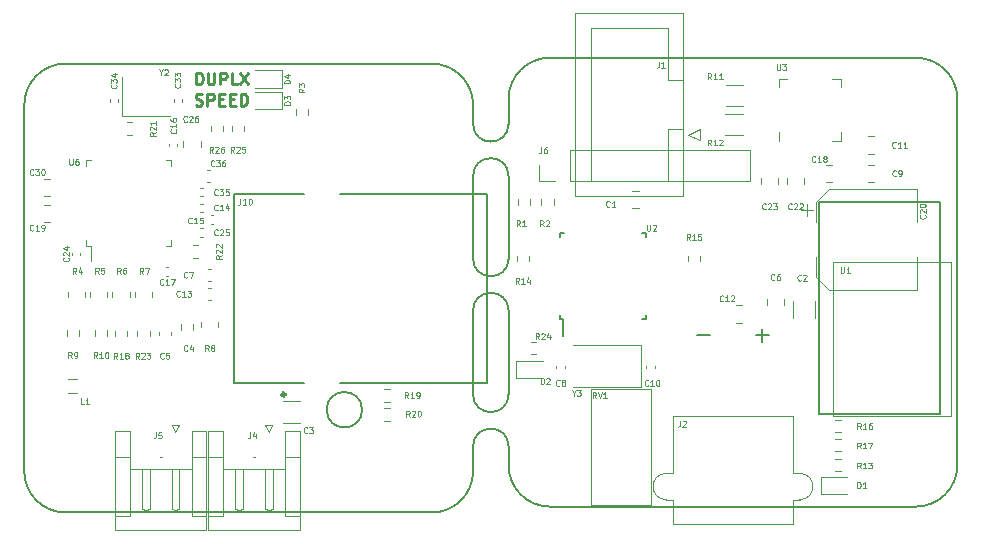
<source format=gbr>
%TF.GenerationSoftware,KiCad,Pcbnew,(5.1.8-0-10_14)*%
%TF.CreationDate,2021-08-18T13:43:01+02:00*%
%TF.ProjectId,ethersweep,65746865-7273-4776-9565-702e6b696361,2.0.1*%
%TF.SameCoordinates,Original*%
%TF.FileFunction,Legend,Top*%
%TF.FilePolarity,Positive*%
%FSLAX46Y46*%
G04 Gerber Fmt 4.6, Leading zero omitted, Abs format (unit mm)*
G04 Created by KiCad (PCBNEW (5.1.8-0-10_14)) date 2021-08-18 13:43:01*
%MOMM*%
%LPD*%
G01*
G04 APERTURE LIST*
%ADD10C,0.250000*%
%TA.AperFunction,Profile*%
%ADD11C,0.150000*%
%TD*%
%ADD12C,0.150000*%
%ADD13C,0.120000*%
%ADD14C,0.127000*%
%ADD15C,0.300000*%
%ADD16C,0.125000*%
G04 APERTURE END LIST*
D10*
X137009523Y-85004761D02*
X137152380Y-85052380D01*
X137390476Y-85052380D01*
X137485714Y-85004761D01*
X137533333Y-84957142D01*
X137580952Y-84861904D01*
X137580952Y-84766666D01*
X137533333Y-84671428D01*
X137485714Y-84623809D01*
X137390476Y-84576190D01*
X137200000Y-84528571D01*
X137104761Y-84480952D01*
X137057142Y-84433333D01*
X137009523Y-84338095D01*
X137009523Y-84242857D01*
X137057142Y-84147619D01*
X137104761Y-84100000D01*
X137200000Y-84052380D01*
X137438095Y-84052380D01*
X137580952Y-84100000D01*
X138009523Y-85052380D02*
X138009523Y-84052380D01*
X138390476Y-84052380D01*
X138485714Y-84100000D01*
X138533333Y-84147619D01*
X138580952Y-84242857D01*
X138580952Y-84385714D01*
X138533333Y-84480952D01*
X138485714Y-84528571D01*
X138390476Y-84576190D01*
X138009523Y-84576190D01*
X139009523Y-84528571D02*
X139342857Y-84528571D01*
X139485714Y-85052380D02*
X139009523Y-85052380D01*
X139009523Y-84052380D01*
X139485714Y-84052380D01*
X139914285Y-84528571D02*
X140247619Y-84528571D01*
X140390476Y-85052380D02*
X139914285Y-85052380D01*
X139914285Y-84052380D01*
X140390476Y-84052380D01*
X140819047Y-85052380D02*
X140819047Y-84052380D01*
X141057142Y-84052380D01*
X141200000Y-84100000D01*
X141295238Y-84195238D01*
X141342857Y-84290476D01*
X141390476Y-84480952D01*
X141390476Y-84623809D01*
X141342857Y-84814285D01*
X141295238Y-84909523D01*
X141200000Y-85004761D01*
X141057142Y-85052380D01*
X140819047Y-85052380D01*
X137033333Y-83252380D02*
X137033333Y-82252380D01*
X137271428Y-82252380D01*
X137414285Y-82300000D01*
X137509523Y-82395238D01*
X137557142Y-82490476D01*
X137604761Y-82680952D01*
X137604761Y-82823809D01*
X137557142Y-83014285D01*
X137509523Y-83109523D01*
X137414285Y-83204761D01*
X137271428Y-83252380D01*
X137033333Y-83252380D01*
X138033333Y-82252380D02*
X138033333Y-83061904D01*
X138080952Y-83157142D01*
X138128571Y-83204761D01*
X138223809Y-83252380D01*
X138414285Y-83252380D01*
X138509523Y-83204761D01*
X138557142Y-83157142D01*
X138604761Y-83061904D01*
X138604761Y-82252380D01*
X139080952Y-83252380D02*
X139080952Y-82252380D01*
X139461904Y-82252380D01*
X139557142Y-82300000D01*
X139604761Y-82347619D01*
X139652380Y-82442857D01*
X139652380Y-82585714D01*
X139604761Y-82680952D01*
X139557142Y-82728571D01*
X139461904Y-82776190D01*
X139080952Y-82776190D01*
X140557142Y-83252380D02*
X140080952Y-83252380D01*
X140080952Y-82252380D01*
X140795238Y-82252380D02*
X141461904Y-83252380D01*
X141461904Y-82252380D02*
X140795238Y-83252380D01*
D11*
X198000000Y-81000000D02*
G75*
G02*
X201500000Y-84500000I0J-3500000D01*
G01*
D12*
X189800000Y-93200000D02*
X200000000Y-93200000D01*
X189800000Y-111200000D02*
X189800000Y-93200000D01*
X200000000Y-111200000D02*
X189800000Y-111200000D01*
X200000000Y-93200000D02*
X200000000Y-111200000D01*
D11*
X160500000Y-115500000D02*
X160500000Y-113900000D01*
X163500000Y-86600000D02*
X163500000Y-85000000D01*
X163500000Y-86600000D02*
G75*
G02*
X160500000Y-86600000I-1500000J0D01*
G01*
X163500000Y-115500000D02*
X163500000Y-113900000D01*
X160500000Y-86600000D02*
X160500000Y-85000000D01*
X160500000Y-113900000D02*
G75*
G02*
X163500000Y-113900000I1500000J0D01*
G01*
X163500000Y-98000000D02*
G75*
G02*
X160500000Y-98000000I-1500000J0D01*
G01*
X160500000Y-91000000D02*
G75*
G02*
X163500000Y-91000000I1500000J0D01*
G01*
X163500000Y-98000000D02*
X163500000Y-91000000D01*
X160500000Y-109500000D02*
X160500000Y-102400000D01*
X160500000Y-102400000D02*
G75*
G02*
X163500000Y-102400000I1500000J0D01*
G01*
X160500000Y-98000000D02*
X160500000Y-91000000D01*
X163500000Y-109500000D02*
X163500000Y-102400000D01*
X163500000Y-109500000D02*
G75*
G02*
X160500000Y-109500000I-1500000J0D01*
G01*
X160500000Y-116000000D02*
X160500000Y-115500000D01*
X163500000Y-84500000D02*
X163500000Y-85000000D01*
X151100000Y-110800000D02*
G75*
G03*
X151100000Y-110800000I-1500000J0D01*
G01*
X126000000Y-119500000D02*
G75*
G02*
X122500000Y-116000000I0J3500000D01*
G01*
X126000000Y-119500000D02*
X157000000Y-119500000D01*
X167000000Y-81000000D02*
X198000000Y-81000000D01*
X163500000Y-84500000D02*
G75*
G02*
X167000000Y-81000000I3500000J0D01*
G01*
X201500000Y-115500000D02*
G75*
G02*
X198000000Y-119000000I-3500000J0D01*
G01*
X167000000Y-119000000D02*
G75*
G02*
X163500000Y-115500000I0J3500000D01*
G01*
X167000000Y-119000000D02*
X198000000Y-119000000D01*
X201500000Y-115500000D02*
X201500000Y-84500000D01*
X122500000Y-85000000D02*
X122500000Y-116000000D01*
X160500000Y-116000000D02*
G75*
G02*
X157000000Y-119500000I-3500000J0D01*
G01*
X157000000Y-81500000D02*
G75*
G02*
X160500000Y-85000000I0J-3500000D01*
G01*
X122500000Y-85000000D02*
G75*
G02*
X126000000Y-81500000I3500000J0D01*
G01*
X157000000Y-81500000D02*
X126000000Y-81500000D01*
D13*
X198060000Y-100660000D02*
X198060000Y-97910000D01*
X198060000Y-92140000D02*
X198060000Y-94890000D01*
X190604437Y-92140000D02*
X198060000Y-92140000D01*
X190604437Y-100660000D02*
X198060000Y-100660000D01*
X189540000Y-99595563D02*
X189540000Y-97910000D01*
X189540000Y-93204437D02*
X189540000Y-94890000D01*
X189540000Y-93204437D02*
X190604437Y-92140000D01*
X189540000Y-99595563D02*
X190604437Y-100660000D01*
X188300000Y-93890000D02*
X189300000Y-93890000D01*
X188800000Y-93390000D02*
X188800000Y-94390000D01*
X187560000Y-120510000D02*
X177440000Y-120510000D01*
X187560000Y-111290000D02*
X177440000Y-111290000D01*
X187560000Y-116190000D02*
X187560000Y-111290000D01*
X187560000Y-120510000D02*
X187560000Y-118410000D01*
X177440000Y-116190000D02*
X177440000Y-111290000D01*
X177440000Y-116190000D02*
X176850000Y-116190000D01*
X177440000Y-118410000D02*
X176850000Y-118410000D01*
X188150000Y-118410000D02*
X187560000Y-118410000D01*
X188150000Y-116190000D02*
X187560000Y-116190000D01*
X177440000Y-120510000D02*
X177440000Y-118410000D01*
X188150000Y-116190000D02*
G75*
G02*
X188150000Y-118410000I0J-1110000D01*
G01*
X176850000Y-118410000D02*
G75*
G02*
X176850000Y-116190000I0J1110000D01*
G01*
X136690000Y-114790000D02*
X136690000Y-112590000D01*
X136690000Y-112590000D02*
X137910000Y-112590000D01*
X137910000Y-112590000D02*
X137910000Y-121010000D01*
X137910000Y-121010000D02*
X130190000Y-121010000D01*
X130190000Y-121010000D02*
X130190000Y-112590000D01*
X130190000Y-112590000D02*
X131410000Y-112590000D01*
X131410000Y-112590000D02*
X131410000Y-114790000D01*
X137910000Y-119790000D02*
X136690000Y-119790000D01*
X136690000Y-119790000D02*
X136690000Y-114790000D01*
X136690000Y-114790000D02*
X137910000Y-114790000D01*
X130190000Y-119790000D02*
X131410000Y-119790000D01*
X131410000Y-119790000D02*
X131410000Y-114790000D01*
X131410000Y-114790000D02*
X130190000Y-114790000D01*
X136690000Y-115790000D02*
X131410000Y-115790000D01*
X135300000Y-115790000D02*
X135620000Y-115790000D01*
X135620000Y-115790000D02*
X135620000Y-119210000D01*
X135620000Y-119210000D02*
X135300000Y-119290000D01*
X135300000Y-119290000D02*
X134980000Y-119210000D01*
X134980000Y-119210000D02*
X134980000Y-115790000D01*
X134980000Y-115790000D02*
X135300000Y-115790000D01*
X134130000Y-114790000D02*
X133970000Y-114790000D01*
X132800000Y-115790000D02*
X133120000Y-115790000D01*
X133120000Y-115790000D02*
X133120000Y-119210000D01*
X133120000Y-119210000D02*
X132800000Y-119290000D01*
X132800000Y-119290000D02*
X132480000Y-119210000D01*
X132480000Y-119210000D02*
X132480000Y-115790000D01*
X132480000Y-115790000D02*
X132800000Y-115790000D01*
X135300000Y-112700000D02*
X135600000Y-112100000D01*
X135600000Y-112100000D02*
X135000000Y-112100000D01*
X135000000Y-112100000D02*
X135300000Y-112700000D01*
X179680000Y-87000000D02*
X178680000Y-87500000D01*
X179680000Y-88000000D02*
X179680000Y-87000000D01*
X178680000Y-87500000D02*
X179680000Y-88000000D01*
X176980000Y-82910000D02*
X178290000Y-82910000D01*
X176980000Y-82910000D02*
X176980000Y-82910000D01*
X176980000Y-78510000D02*
X176980000Y-82910000D01*
X170480000Y-78510000D02*
X176980000Y-78510000D01*
X170480000Y-91410000D02*
X170480000Y-78510000D01*
X176980000Y-91410000D02*
X170480000Y-91410000D01*
X176980000Y-87010000D02*
X176980000Y-91410000D01*
X178290000Y-87010000D02*
X176980000Y-87010000D01*
X178290000Y-77210000D02*
X178290000Y-92710000D01*
X169170000Y-77210000D02*
X178290000Y-77210000D01*
X169170000Y-92710000D02*
X169170000Y-77210000D01*
X178290000Y-92710000D02*
X169170000Y-92710000D01*
X173988748Y-92265000D02*
X174511252Y-92265000D01*
X173988748Y-93735000D02*
X174511252Y-93735000D01*
X167540000Y-107307836D02*
X167540000Y-107092164D01*
X168260000Y-107307836D02*
X168260000Y-107092164D01*
X175140000Y-107092164D02*
X175140000Y-107307836D01*
X175860000Y-107092164D02*
X175860000Y-107307836D01*
X183261252Y-101965000D02*
X182738748Y-101965000D01*
X183261252Y-103435000D02*
X182738748Y-103435000D01*
X142900000Y-112100000D02*
X143200000Y-112700000D01*
X143500000Y-112100000D02*
X142900000Y-112100000D01*
X143200000Y-112700000D02*
X143500000Y-112100000D01*
X140380000Y-115790000D02*
X140700000Y-115790000D01*
X140380000Y-119210000D02*
X140380000Y-115790000D01*
X140700000Y-119290000D02*
X140380000Y-119210000D01*
X141020000Y-119210000D02*
X140700000Y-119290000D01*
X141020000Y-115790000D02*
X141020000Y-119210000D01*
X140700000Y-115790000D02*
X141020000Y-115790000D01*
X142030000Y-114790000D02*
X141870000Y-114790000D01*
X142880000Y-115790000D02*
X143200000Y-115790000D01*
X142880000Y-119210000D02*
X142880000Y-115790000D01*
X143200000Y-119290000D02*
X142880000Y-119210000D01*
X143520000Y-119210000D02*
X143200000Y-119290000D01*
X143520000Y-115790000D02*
X143520000Y-119210000D01*
X143200000Y-115790000D02*
X143520000Y-115790000D01*
X144590000Y-115790000D02*
X139310000Y-115790000D01*
X139310000Y-114790000D02*
X138090000Y-114790000D01*
X139310000Y-119790000D02*
X139310000Y-114790000D01*
X138090000Y-119790000D02*
X139310000Y-119790000D01*
X144590000Y-114790000D02*
X145810000Y-114790000D01*
X144590000Y-119790000D02*
X144590000Y-114790000D01*
X145810000Y-119790000D02*
X144590000Y-119790000D01*
X139310000Y-112590000D02*
X139310000Y-114790000D01*
X138090000Y-112590000D02*
X139310000Y-112590000D01*
X138090000Y-121010000D02*
X138090000Y-112590000D01*
X145810000Y-121010000D02*
X138090000Y-121010000D01*
X145810000Y-112590000D02*
X145810000Y-121010000D01*
X144590000Y-112590000D02*
X145810000Y-112590000D01*
X144590000Y-114790000D02*
X144590000Y-112590000D01*
X191162742Y-116022500D02*
X191637258Y-116022500D01*
X191162742Y-114977500D02*
X191637258Y-114977500D01*
D12*
X168100000Y-103125000D02*
X168100000Y-104550000D01*
X167875000Y-95875000D02*
X167875000Y-96200000D01*
X175125000Y-95875000D02*
X175125000Y-96200000D01*
X175125000Y-103125000D02*
X175125000Y-102800000D01*
X167875000Y-103125000D02*
X167875000Y-102800000D01*
X175125000Y-103125000D02*
X174800000Y-103125000D01*
X175125000Y-95875000D02*
X174800000Y-95875000D01*
X167875000Y-95875000D02*
X168200000Y-95875000D01*
X167875000Y-103125000D02*
X168100000Y-103125000D01*
D13*
X165272500Y-97762742D02*
X165272500Y-98237258D01*
X164227500Y-97762742D02*
X164227500Y-98237258D01*
X178677500Y-97762742D02*
X178677500Y-98237258D01*
X179722500Y-97762742D02*
X179722500Y-98237258D01*
X165322500Y-93437258D02*
X165322500Y-92962742D01*
X164277500Y-93437258D02*
X164277500Y-92962742D01*
X166277500Y-93437258D02*
X166277500Y-92962742D01*
X167322500Y-93437258D02*
X167322500Y-92962742D01*
X145477500Y-85837258D02*
X145477500Y-85362742D01*
X146522500Y-85837258D02*
X146522500Y-85362742D01*
X169000000Y-108900000D02*
X174750000Y-108900000D01*
X174750000Y-108900000D02*
X174750000Y-105300000D01*
X174750000Y-105300000D02*
X169000000Y-105300000D01*
X191167743Y-112677501D02*
X191642259Y-112677501D01*
X191167743Y-111632501D02*
X191642259Y-111632501D01*
X191637258Y-114322500D02*
X191162742Y-114322500D01*
X191637258Y-113277500D02*
X191162742Y-113277500D01*
X145827064Y-111910000D02*
X144372936Y-111910000D01*
X145827064Y-110090000D02*
X144372936Y-110090000D01*
X135777500Y-104037258D02*
X135777500Y-103562742D01*
X136822500Y-104037258D02*
X136822500Y-103562742D01*
X133890000Y-104209420D02*
X133890000Y-104490580D01*
X134910000Y-104209420D02*
X134910000Y-104490580D01*
X137392164Y-93340000D02*
X137607836Y-93340000D01*
X137392164Y-94060000D02*
X137607836Y-94060000D01*
X138292164Y-95060000D02*
X138507836Y-95060000D01*
X138292164Y-94340000D02*
X138507836Y-94340000D01*
X134740000Y-88507836D02*
X134740000Y-88292164D01*
X135460000Y-88507836D02*
X135460000Y-88292164D01*
X134492164Y-99460000D02*
X134707836Y-99460000D01*
X134492164Y-98740000D02*
X134707836Y-98740000D01*
X126540000Y-97492164D02*
X126540000Y-97707836D01*
X127260000Y-97492164D02*
X127260000Y-97707836D01*
X137392164Y-96160000D02*
X137607836Y-96160000D01*
X137392164Y-95440000D02*
X137607836Y-95440000D01*
X135965000Y-88561252D02*
X135965000Y-88038748D01*
X137435000Y-88561252D02*
X137435000Y-88038748D01*
X124661252Y-91265000D02*
X124138748Y-91265000D01*
X124661252Y-92735000D02*
X124138748Y-92735000D01*
X135140000Y-84707836D02*
X135140000Y-84492164D01*
X135860000Y-84707836D02*
X135860000Y-84492164D01*
X129740000Y-84707836D02*
X129740000Y-84492164D01*
X130460000Y-84707836D02*
X130460000Y-84492164D01*
X137959420Y-91560000D02*
X138240580Y-91560000D01*
X137959420Y-90540000D02*
X138240580Y-90540000D01*
X137412164Y-92710000D02*
X137627836Y-92710000D01*
X137412164Y-91990000D02*
X137627836Y-91990000D01*
X183970000Y-91430000D02*
X183970000Y-88770000D01*
X168670000Y-91430000D02*
X183970000Y-91430000D01*
X168670000Y-88770000D02*
X183970000Y-88770000D01*
X168670000Y-91430000D02*
X168670000Y-88770000D01*
X167400000Y-91430000D02*
X166070000Y-91430000D01*
X166070000Y-91430000D02*
X166070000Y-90100000D01*
D14*
X140270000Y-108500000D02*
X140270000Y-92500000D01*
X161670000Y-108500000D02*
X161670000Y-92500000D01*
X161670000Y-92500000D02*
X149250000Y-92500000D01*
X146150000Y-92500000D02*
X140270000Y-92500000D01*
X161670000Y-108500000D02*
X149250000Y-108500000D01*
X146150000Y-108500000D02*
X140270000Y-108500000D01*
D15*
X144600000Y-109500000D02*
G75*
G03*
X144600000Y-109500000I-150000J0D01*
G01*
D13*
X126200378Y-108240000D02*
X126999622Y-108240000D01*
X126200378Y-109360000D02*
X126999622Y-109360000D01*
X127635000Y-101277064D02*
X127635000Y-100822936D01*
X126165000Y-101277064D02*
X126165000Y-100822936D01*
X128065000Y-101277064D02*
X128065000Y-100822936D01*
X129535000Y-101277064D02*
X129535000Y-100822936D01*
X131435000Y-101277064D02*
X131435000Y-100822936D01*
X129965000Y-101277064D02*
X129965000Y-100822936D01*
X131865000Y-101277064D02*
X131865000Y-100822936D01*
X133335000Y-101277064D02*
X133335000Y-100822936D01*
X126077500Y-104537258D02*
X126077500Y-104062742D01*
X127122500Y-104537258D02*
X127122500Y-104062742D01*
X128477500Y-104537258D02*
X128477500Y-104062742D01*
X129522500Y-104537258D02*
X129522500Y-104062742D01*
X131222500Y-104587258D02*
X131222500Y-104112742D01*
X130177500Y-104587258D02*
X130177500Y-104112742D01*
X153437258Y-111722500D02*
X152962742Y-111722500D01*
X153437258Y-110677500D02*
X152962742Y-110677500D01*
X153437258Y-109077500D02*
X152962742Y-109077500D01*
X153437258Y-110122500D02*
X152962742Y-110122500D01*
X133122500Y-104587258D02*
X133122500Y-104112742D01*
X132077500Y-104587258D02*
X132077500Y-104112742D01*
X128140000Y-96910000D02*
X128140000Y-98200000D01*
X127690000Y-96910000D02*
X128140000Y-96910000D01*
X127690000Y-96460000D02*
X127690000Y-96910000D01*
X127690000Y-89690000D02*
X128140000Y-89690000D01*
X127690000Y-90140000D02*
X127690000Y-89690000D01*
X134910000Y-96910000D02*
X134460000Y-96910000D01*
X134910000Y-96460000D02*
X134910000Y-96910000D01*
X134910000Y-89690000D02*
X134460000Y-89690000D01*
X134910000Y-90140000D02*
X134910000Y-89690000D01*
X130800000Y-85950000D02*
X134800000Y-85950000D01*
X130800000Y-82650000D02*
X130800000Y-85950000D01*
X187590000Y-103011252D02*
X187590000Y-101588748D01*
X189410000Y-103011252D02*
X189410000Y-101588748D01*
X185365000Y-101961252D02*
X185365000Y-101438748D01*
X186835000Y-101961252D02*
X186835000Y-101438748D01*
X191000000Y-111300000D02*
X191000000Y-98300000D01*
X201000000Y-111300000D02*
X191000000Y-111300000D01*
X201000000Y-98300000D02*
X201000000Y-111300000D01*
X191000000Y-98300000D02*
X201000000Y-98300000D01*
X165362742Y-105077500D02*
X165837258Y-105077500D01*
X165362742Y-106122500D02*
X165837258Y-106122500D01*
X193938748Y-90065000D02*
X194461252Y-90065000D01*
X193938748Y-91535000D02*
X194461252Y-91535000D01*
X193938748Y-89135000D02*
X194461252Y-89135000D01*
X193938748Y-87665000D02*
X194461252Y-87665000D01*
X190338748Y-90065000D02*
X190861252Y-90065000D01*
X190338748Y-91535000D02*
X190861252Y-91535000D01*
X188535000Y-91138748D02*
X188535000Y-91661252D01*
X187065000Y-91138748D02*
X187065000Y-91661252D01*
X184865000Y-91138748D02*
X184865000Y-91661252D01*
X186335000Y-91138748D02*
X186335000Y-91661252D01*
X183327064Y-85110000D02*
X181872936Y-85110000D01*
X183327064Y-83290000D02*
X181872936Y-83290000D01*
X183322063Y-85744999D02*
X181867935Y-85744999D01*
X183322063Y-87564999D02*
X181867935Y-87564999D01*
X170470000Y-118825000D02*
X170470000Y-109055000D01*
X175540000Y-118825000D02*
X175540000Y-109055000D01*
X170470000Y-118825000D02*
X175540000Y-118825000D01*
X170470000Y-109055000D02*
X175540000Y-109055000D01*
X186390000Y-83515000D02*
X186390000Y-82790000D01*
X186390000Y-82790000D02*
X187115000Y-82790000D01*
X191610000Y-87285000D02*
X191610000Y-88010000D01*
X191610000Y-88010000D02*
X190885000Y-88010000D01*
X191610000Y-83515000D02*
X191610000Y-82790000D01*
X191610000Y-82790000D02*
X190885000Y-82790000D01*
X186390000Y-87285000D02*
X186390000Y-88010000D01*
X138059420Y-98890000D02*
X138340580Y-98890000D01*
X138059420Y-99910000D02*
X138340580Y-99910000D01*
X138059420Y-101510000D02*
X138340580Y-101510000D01*
X138059420Y-100490000D02*
X138340580Y-100490000D01*
X138935000Y-103827064D02*
X138935000Y-103372936D01*
X137465000Y-103827064D02*
X137465000Y-103372936D01*
X131637258Y-86477500D02*
X131162742Y-86477500D01*
X131637258Y-87522500D02*
X131162742Y-87522500D01*
X137237258Y-97922500D02*
X136762742Y-97922500D01*
X137237258Y-96877500D02*
X136762742Y-96877500D01*
X144285000Y-83865000D02*
X142000000Y-83865000D01*
X144285000Y-85335000D02*
X144285000Y-83865000D01*
X142000000Y-85335000D02*
X144285000Y-85335000D01*
X142000000Y-83535000D02*
X144285000Y-83535000D01*
X144285000Y-83535000D02*
X144285000Y-82065000D01*
X144285000Y-82065000D02*
X142000000Y-82065000D01*
X140077500Y-87237258D02*
X140077500Y-86762742D01*
X141122500Y-87237258D02*
X141122500Y-86762742D01*
X139322500Y-87237258D02*
X139322500Y-86762742D01*
X138277500Y-87237258D02*
X138277500Y-86762742D01*
X192200000Y-116465000D02*
X189915000Y-116465000D01*
X189915000Y-116465000D02*
X189915000Y-117935000D01*
X189915000Y-117935000D02*
X192200000Y-117935000D01*
X164115000Y-108135000D02*
X166400000Y-108135000D01*
X164115000Y-106665000D02*
X164115000Y-108135000D01*
X166400000Y-106665000D02*
X164115000Y-106665000D01*
X124138748Y-94935000D02*
X124661252Y-94935000D01*
X124138748Y-93465000D02*
X124661252Y-93465000D01*
D16*
X198778571Y-94321428D02*
X198802380Y-94345238D01*
X198826190Y-94416666D01*
X198826190Y-94464285D01*
X198802380Y-94535714D01*
X198754761Y-94583333D01*
X198707142Y-94607142D01*
X198611904Y-94630952D01*
X198540476Y-94630952D01*
X198445238Y-94607142D01*
X198397619Y-94583333D01*
X198350000Y-94535714D01*
X198326190Y-94464285D01*
X198326190Y-94416666D01*
X198350000Y-94345238D01*
X198373809Y-94321428D01*
X198373809Y-94130952D02*
X198350000Y-94107142D01*
X198326190Y-94059523D01*
X198326190Y-93940476D01*
X198350000Y-93892857D01*
X198373809Y-93869047D01*
X198421428Y-93845238D01*
X198469047Y-93845238D01*
X198540476Y-93869047D01*
X198826190Y-94154761D01*
X198826190Y-93845238D01*
X198326190Y-93535714D02*
X198326190Y-93488095D01*
X198350000Y-93440476D01*
X198373809Y-93416666D01*
X198421428Y-93392857D01*
X198516666Y-93369047D01*
X198635714Y-93369047D01*
X198730952Y-93392857D01*
X198778571Y-93416666D01*
X198802380Y-93440476D01*
X198826190Y-93488095D01*
X198826190Y-93535714D01*
X198802380Y-93583333D01*
X198778571Y-93607142D01*
X198730952Y-93630952D01*
X198635714Y-93654761D01*
X198516666Y-93654761D01*
X198421428Y-93630952D01*
X198373809Y-93607142D01*
X198350000Y-93583333D01*
X198326190Y-93535714D01*
X178033333Y-111726190D02*
X178033333Y-112083333D01*
X178009523Y-112154761D01*
X177961904Y-112202380D01*
X177890476Y-112226190D01*
X177842857Y-112226190D01*
X178247619Y-111773809D02*
X178271428Y-111750000D01*
X178319047Y-111726190D01*
X178438095Y-111726190D01*
X178485714Y-111750000D01*
X178509523Y-111773809D01*
X178533333Y-111821428D01*
X178533333Y-111869047D01*
X178509523Y-111940476D01*
X178223809Y-112226190D01*
X178533333Y-112226190D01*
D12*
X179428571Y-104507142D02*
X180571428Y-104507142D01*
X184428571Y-104507142D02*
X185571428Y-104507142D01*
X185000000Y-105078571D02*
X185000000Y-103935714D01*
D16*
X133633333Y-112726190D02*
X133633333Y-113083333D01*
X133609523Y-113154761D01*
X133561904Y-113202380D01*
X133490476Y-113226190D01*
X133442857Y-113226190D01*
X134109523Y-112726190D02*
X133871428Y-112726190D01*
X133847619Y-112964285D01*
X133871428Y-112940476D01*
X133919047Y-112916666D01*
X134038095Y-112916666D01*
X134085714Y-112940476D01*
X134109523Y-112964285D01*
X134133333Y-113011904D01*
X134133333Y-113130952D01*
X134109523Y-113178571D01*
X134085714Y-113202380D01*
X134038095Y-113226190D01*
X133919047Y-113226190D01*
X133871428Y-113202380D01*
X133847619Y-113178571D01*
X176233333Y-81326190D02*
X176233333Y-81683333D01*
X176209523Y-81754761D01*
X176161904Y-81802380D01*
X176090476Y-81826190D01*
X176042857Y-81826190D01*
X176733333Y-81826190D02*
X176447619Y-81826190D01*
X176590476Y-81826190D02*
X176590476Y-81326190D01*
X176542857Y-81397619D01*
X176495238Y-81445238D01*
X176447619Y-81469047D01*
X172066666Y-93578571D02*
X172042857Y-93602380D01*
X171971428Y-93626190D01*
X171923809Y-93626190D01*
X171852380Y-93602380D01*
X171804761Y-93554761D01*
X171780952Y-93507142D01*
X171757142Y-93411904D01*
X171757142Y-93340476D01*
X171780952Y-93245238D01*
X171804761Y-93197619D01*
X171852380Y-93150000D01*
X171923809Y-93126190D01*
X171971428Y-93126190D01*
X172042857Y-93150000D01*
X172066666Y-93173809D01*
X172542857Y-93626190D02*
X172257142Y-93626190D01*
X172400000Y-93626190D02*
X172400000Y-93126190D01*
X172352380Y-93197619D01*
X172304761Y-93245238D01*
X172257142Y-93269047D01*
X167816666Y-108728571D02*
X167792857Y-108752380D01*
X167721428Y-108776190D01*
X167673809Y-108776190D01*
X167602380Y-108752380D01*
X167554761Y-108704761D01*
X167530952Y-108657142D01*
X167507142Y-108561904D01*
X167507142Y-108490476D01*
X167530952Y-108395238D01*
X167554761Y-108347619D01*
X167602380Y-108300000D01*
X167673809Y-108276190D01*
X167721428Y-108276190D01*
X167792857Y-108300000D01*
X167816666Y-108323809D01*
X168102380Y-108490476D02*
X168054761Y-108466666D01*
X168030952Y-108442857D01*
X168007142Y-108395238D01*
X168007142Y-108371428D01*
X168030952Y-108323809D01*
X168054761Y-108300000D01*
X168102380Y-108276190D01*
X168197619Y-108276190D01*
X168245238Y-108300000D01*
X168269047Y-108323809D01*
X168292857Y-108371428D01*
X168292857Y-108395238D01*
X168269047Y-108442857D01*
X168245238Y-108466666D01*
X168197619Y-108490476D01*
X168102380Y-108490476D01*
X168054761Y-108514285D01*
X168030952Y-108538095D01*
X168007142Y-108585714D01*
X168007142Y-108680952D01*
X168030952Y-108728571D01*
X168054761Y-108752380D01*
X168102380Y-108776190D01*
X168197619Y-108776190D01*
X168245238Y-108752380D01*
X168269047Y-108728571D01*
X168292857Y-108680952D01*
X168292857Y-108585714D01*
X168269047Y-108538095D01*
X168245238Y-108514285D01*
X168197619Y-108490476D01*
X175328571Y-108728571D02*
X175304761Y-108752380D01*
X175233333Y-108776190D01*
X175185714Y-108776190D01*
X175114285Y-108752380D01*
X175066666Y-108704761D01*
X175042857Y-108657142D01*
X175019047Y-108561904D01*
X175019047Y-108490476D01*
X175042857Y-108395238D01*
X175066666Y-108347619D01*
X175114285Y-108300000D01*
X175185714Y-108276190D01*
X175233333Y-108276190D01*
X175304761Y-108300000D01*
X175328571Y-108323809D01*
X175804761Y-108776190D02*
X175519047Y-108776190D01*
X175661904Y-108776190D02*
X175661904Y-108276190D01*
X175614285Y-108347619D01*
X175566666Y-108395238D01*
X175519047Y-108419047D01*
X176114285Y-108276190D02*
X176161904Y-108276190D01*
X176209523Y-108300000D01*
X176233333Y-108323809D01*
X176257142Y-108371428D01*
X176280952Y-108466666D01*
X176280952Y-108585714D01*
X176257142Y-108680952D01*
X176233333Y-108728571D01*
X176209523Y-108752380D01*
X176161904Y-108776190D01*
X176114285Y-108776190D01*
X176066666Y-108752380D01*
X176042857Y-108728571D01*
X176019047Y-108680952D01*
X175995238Y-108585714D01*
X175995238Y-108466666D01*
X176019047Y-108371428D01*
X176042857Y-108323809D01*
X176066666Y-108300000D01*
X176114285Y-108276190D01*
X181678571Y-101578571D02*
X181654761Y-101602380D01*
X181583333Y-101626190D01*
X181535714Y-101626190D01*
X181464285Y-101602380D01*
X181416666Y-101554761D01*
X181392857Y-101507142D01*
X181369047Y-101411904D01*
X181369047Y-101340476D01*
X181392857Y-101245238D01*
X181416666Y-101197619D01*
X181464285Y-101150000D01*
X181535714Y-101126190D01*
X181583333Y-101126190D01*
X181654761Y-101150000D01*
X181678571Y-101173809D01*
X182154761Y-101626190D02*
X181869047Y-101626190D01*
X182011904Y-101626190D02*
X182011904Y-101126190D01*
X181964285Y-101197619D01*
X181916666Y-101245238D01*
X181869047Y-101269047D01*
X182345238Y-101173809D02*
X182369047Y-101150000D01*
X182416666Y-101126190D01*
X182535714Y-101126190D01*
X182583333Y-101150000D01*
X182607142Y-101173809D01*
X182630952Y-101221428D01*
X182630952Y-101269047D01*
X182607142Y-101340476D01*
X182321428Y-101626190D01*
X182630952Y-101626190D01*
X141633333Y-112726190D02*
X141633333Y-113083333D01*
X141609523Y-113154761D01*
X141561904Y-113202380D01*
X141490476Y-113226190D01*
X141442857Y-113226190D01*
X142085714Y-112892857D02*
X142085714Y-113226190D01*
X141966666Y-112702380D02*
X141847619Y-113059523D01*
X142157142Y-113059523D01*
X193328571Y-115776190D02*
X193161904Y-115538095D01*
X193042857Y-115776190D02*
X193042857Y-115276190D01*
X193233333Y-115276190D01*
X193280952Y-115300000D01*
X193304761Y-115323809D01*
X193328571Y-115371428D01*
X193328571Y-115442857D01*
X193304761Y-115490476D01*
X193280952Y-115514285D01*
X193233333Y-115538095D01*
X193042857Y-115538095D01*
X193804761Y-115776190D02*
X193519047Y-115776190D01*
X193661904Y-115776190D02*
X193661904Y-115276190D01*
X193614285Y-115347619D01*
X193566666Y-115395238D01*
X193519047Y-115419047D01*
X193971428Y-115276190D02*
X194280952Y-115276190D01*
X194114285Y-115466666D01*
X194185714Y-115466666D01*
X194233333Y-115490476D01*
X194257142Y-115514285D01*
X194280952Y-115561904D01*
X194280952Y-115680952D01*
X194257142Y-115728571D01*
X194233333Y-115752380D01*
X194185714Y-115776190D01*
X194042857Y-115776190D01*
X193995238Y-115752380D01*
X193971428Y-115728571D01*
X175219047Y-95126190D02*
X175219047Y-95530952D01*
X175242857Y-95578571D01*
X175266666Y-95602380D01*
X175314285Y-95626190D01*
X175409523Y-95626190D01*
X175457142Y-95602380D01*
X175480952Y-95578571D01*
X175504761Y-95530952D01*
X175504761Y-95126190D01*
X175719047Y-95173809D02*
X175742857Y-95150000D01*
X175790476Y-95126190D01*
X175909523Y-95126190D01*
X175957142Y-95150000D01*
X175980952Y-95173809D01*
X176004761Y-95221428D01*
X176004761Y-95269047D01*
X175980952Y-95340476D01*
X175695238Y-95626190D01*
X176004761Y-95626190D01*
X164378571Y-100126190D02*
X164211904Y-99888095D01*
X164092857Y-100126190D02*
X164092857Y-99626190D01*
X164283333Y-99626190D01*
X164330952Y-99650000D01*
X164354761Y-99673809D01*
X164378571Y-99721428D01*
X164378571Y-99792857D01*
X164354761Y-99840476D01*
X164330952Y-99864285D01*
X164283333Y-99888095D01*
X164092857Y-99888095D01*
X164854761Y-100126190D02*
X164569047Y-100126190D01*
X164711904Y-100126190D02*
X164711904Y-99626190D01*
X164664285Y-99697619D01*
X164616666Y-99745238D01*
X164569047Y-99769047D01*
X165283333Y-99792857D02*
X165283333Y-100126190D01*
X165164285Y-99602380D02*
X165045238Y-99959523D01*
X165354761Y-99959523D01*
X178878571Y-96426190D02*
X178711904Y-96188095D01*
X178592857Y-96426190D02*
X178592857Y-95926190D01*
X178783333Y-95926190D01*
X178830952Y-95950000D01*
X178854761Y-95973809D01*
X178878571Y-96021428D01*
X178878571Y-96092857D01*
X178854761Y-96140476D01*
X178830952Y-96164285D01*
X178783333Y-96188095D01*
X178592857Y-96188095D01*
X179354761Y-96426190D02*
X179069047Y-96426190D01*
X179211904Y-96426190D02*
X179211904Y-95926190D01*
X179164285Y-95997619D01*
X179116666Y-96045238D01*
X179069047Y-96069047D01*
X179807142Y-95926190D02*
X179569047Y-95926190D01*
X179545238Y-96164285D01*
X179569047Y-96140476D01*
X179616666Y-96116666D01*
X179735714Y-96116666D01*
X179783333Y-96140476D01*
X179807142Y-96164285D01*
X179830952Y-96211904D01*
X179830952Y-96330952D01*
X179807142Y-96378571D01*
X179783333Y-96402380D01*
X179735714Y-96426190D01*
X179616666Y-96426190D01*
X179569047Y-96402380D01*
X179545238Y-96378571D01*
X164466666Y-95276190D02*
X164300000Y-95038095D01*
X164180952Y-95276190D02*
X164180952Y-94776190D01*
X164371428Y-94776190D01*
X164419047Y-94800000D01*
X164442857Y-94823809D01*
X164466666Y-94871428D01*
X164466666Y-94942857D01*
X164442857Y-94990476D01*
X164419047Y-95014285D01*
X164371428Y-95038095D01*
X164180952Y-95038095D01*
X164942857Y-95276190D02*
X164657142Y-95276190D01*
X164800000Y-95276190D02*
X164800000Y-94776190D01*
X164752380Y-94847619D01*
X164704761Y-94895238D01*
X164657142Y-94919047D01*
X166466666Y-95276190D02*
X166300000Y-95038095D01*
X166180952Y-95276190D02*
X166180952Y-94776190D01*
X166371428Y-94776190D01*
X166419047Y-94800000D01*
X166442857Y-94823809D01*
X166466666Y-94871428D01*
X166466666Y-94942857D01*
X166442857Y-94990476D01*
X166419047Y-95014285D01*
X166371428Y-95038095D01*
X166180952Y-95038095D01*
X166657142Y-94823809D02*
X166680952Y-94800000D01*
X166728571Y-94776190D01*
X166847619Y-94776190D01*
X166895238Y-94800000D01*
X166919047Y-94823809D01*
X166942857Y-94871428D01*
X166942857Y-94919047D01*
X166919047Y-94990476D01*
X166633333Y-95276190D01*
X166942857Y-95276190D01*
X146226190Y-83633333D02*
X145988095Y-83800000D01*
X146226190Y-83919047D02*
X145726190Y-83919047D01*
X145726190Y-83728571D01*
X145750000Y-83680952D01*
X145773809Y-83657142D01*
X145821428Y-83633333D01*
X145892857Y-83633333D01*
X145940476Y-83657142D01*
X145964285Y-83680952D01*
X145988095Y-83728571D01*
X145988095Y-83919047D01*
X145726190Y-83466666D02*
X145726190Y-83157142D01*
X145916666Y-83323809D01*
X145916666Y-83252380D01*
X145940476Y-83204761D01*
X145964285Y-83180952D01*
X146011904Y-83157142D01*
X146130952Y-83157142D01*
X146178571Y-83180952D01*
X146202380Y-83204761D01*
X146226190Y-83252380D01*
X146226190Y-83395238D01*
X146202380Y-83442857D01*
X146178571Y-83466666D01*
X169011904Y-109388095D02*
X169011904Y-109626190D01*
X168845238Y-109126190D02*
X169011904Y-109388095D01*
X169178571Y-109126190D01*
X169297619Y-109126190D02*
X169607142Y-109126190D01*
X169440476Y-109316666D01*
X169511904Y-109316666D01*
X169559523Y-109340476D01*
X169583333Y-109364285D01*
X169607142Y-109411904D01*
X169607142Y-109530952D01*
X169583333Y-109578571D01*
X169559523Y-109602380D01*
X169511904Y-109626190D01*
X169369047Y-109626190D01*
X169321428Y-109602380D01*
X169297619Y-109578571D01*
X193328571Y-112426190D02*
X193161904Y-112188095D01*
X193042857Y-112426190D02*
X193042857Y-111926190D01*
X193233333Y-111926190D01*
X193280952Y-111950000D01*
X193304761Y-111973809D01*
X193328571Y-112021428D01*
X193328571Y-112092857D01*
X193304761Y-112140476D01*
X193280952Y-112164285D01*
X193233333Y-112188095D01*
X193042857Y-112188095D01*
X193804761Y-112426190D02*
X193519047Y-112426190D01*
X193661904Y-112426190D02*
X193661904Y-111926190D01*
X193614285Y-111997619D01*
X193566666Y-112045238D01*
X193519047Y-112069047D01*
X194233333Y-111926190D02*
X194138095Y-111926190D01*
X194090476Y-111950000D01*
X194066666Y-111973809D01*
X194019047Y-112045238D01*
X193995238Y-112140476D01*
X193995238Y-112330952D01*
X194019047Y-112378571D01*
X194042857Y-112402380D01*
X194090476Y-112426190D01*
X194185714Y-112426190D01*
X194233333Y-112402380D01*
X194257142Y-112378571D01*
X194280952Y-112330952D01*
X194280952Y-112211904D01*
X194257142Y-112164285D01*
X194233333Y-112140476D01*
X194185714Y-112116666D01*
X194090476Y-112116666D01*
X194042857Y-112140476D01*
X194019047Y-112164285D01*
X193995238Y-112211904D01*
X193328571Y-114076190D02*
X193161904Y-113838095D01*
X193042857Y-114076190D02*
X193042857Y-113576190D01*
X193233333Y-113576190D01*
X193280952Y-113600000D01*
X193304761Y-113623809D01*
X193328571Y-113671428D01*
X193328571Y-113742857D01*
X193304761Y-113790476D01*
X193280952Y-113814285D01*
X193233333Y-113838095D01*
X193042857Y-113838095D01*
X193804761Y-114076190D02*
X193519047Y-114076190D01*
X193661904Y-114076190D02*
X193661904Y-113576190D01*
X193614285Y-113647619D01*
X193566666Y-113695238D01*
X193519047Y-113719047D01*
X193971428Y-113576190D02*
X194304761Y-113576190D01*
X194090476Y-114076190D01*
X146466666Y-112728571D02*
X146442857Y-112752380D01*
X146371428Y-112776190D01*
X146323809Y-112776190D01*
X146252380Y-112752380D01*
X146204761Y-112704761D01*
X146180952Y-112657142D01*
X146157142Y-112561904D01*
X146157142Y-112490476D01*
X146180952Y-112395238D01*
X146204761Y-112347619D01*
X146252380Y-112300000D01*
X146323809Y-112276190D01*
X146371428Y-112276190D01*
X146442857Y-112300000D01*
X146466666Y-112323809D01*
X146633333Y-112276190D02*
X146942857Y-112276190D01*
X146776190Y-112466666D01*
X146847619Y-112466666D01*
X146895238Y-112490476D01*
X146919047Y-112514285D01*
X146942857Y-112561904D01*
X146942857Y-112680952D01*
X146919047Y-112728571D01*
X146895238Y-112752380D01*
X146847619Y-112776190D01*
X146704761Y-112776190D01*
X146657142Y-112752380D01*
X146633333Y-112728571D01*
X136316666Y-105778571D02*
X136292857Y-105802380D01*
X136221428Y-105826190D01*
X136173809Y-105826190D01*
X136102380Y-105802380D01*
X136054761Y-105754761D01*
X136030952Y-105707142D01*
X136007142Y-105611904D01*
X136007142Y-105540476D01*
X136030952Y-105445238D01*
X136054761Y-105397619D01*
X136102380Y-105350000D01*
X136173809Y-105326190D01*
X136221428Y-105326190D01*
X136292857Y-105350000D01*
X136316666Y-105373809D01*
X136745238Y-105492857D02*
X136745238Y-105826190D01*
X136626190Y-105302380D02*
X136507142Y-105659523D01*
X136816666Y-105659523D01*
X134316666Y-106428571D02*
X134292857Y-106452380D01*
X134221428Y-106476190D01*
X134173809Y-106476190D01*
X134102380Y-106452380D01*
X134054761Y-106404761D01*
X134030952Y-106357142D01*
X134007142Y-106261904D01*
X134007142Y-106190476D01*
X134030952Y-106095238D01*
X134054761Y-106047619D01*
X134102380Y-106000000D01*
X134173809Y-105976190D01*
X134221428Y-105976190D01*
X134292857Y-106000000D01*
X134316666Y-106023809D01*
X134769047Y-105976190D02*
X134530952Y-105976190D01*
X134507142Y-106214285D01*
X134530952Y-106190476D01*
X134578571Y-106166666D01*
X134697619Y-106166666D01*
X134745238Y-106190476D01*
X134769047Y-106214285D01*
X134792857Y-106261904D01*
X134792857Y-106380952D01*
X134769047Y-106428571D01*
X134745238Y-106452380D01*
X134697619Y-106476190D01*
X134578571Y-106476190D01*
X134530952Y-106452380D01*
X134507142Y-106428571D01*
X138878571Y-93878571D02*
X138854761Y-93902380D01*
X138783333Y-93926190D01*
X138735714Y-93926190D01*
X138664285Y-93902380D01*
X138616666Y-93854761D01*
X138592857Y-93807142D01*
X138569047Y-93711904D01*
X138569047Y-93640476D01*
X138592857Y-93545238D01*
X138616666Y-93497619D01*
X138664285Y-93450000D01*
X138735714Y-93426190D01*
X138783333Y-93426190D01*
X138854761Y-93450000D01*
X138878571Y-93473809D01*
X139354761Y-93926190D02*
X139069047Y-93926190D01*
X139211904Y-93926190D02*
X139211904Y-93426190D01*
X139164285Y-93497619D01*
X139116666Y-93545238D01*
X139069047Y-93569047D01*
X139783333Y-93592857D02*
X139783333Y-93926190D01*
X139664285Y-93402380D02*
X139545238Y-93759523D01*
X139854761Y-93759523D01*
X136678571Y-94978571D02*
X136654761Y-95002380D01*
X136583333Y-95026190D01*
X136535714Y-95026190D01*
X136464285Y-95002380D01*
X136416666Y-94954761D01*
X136392857Y-94907142D01*
X136369047Y-94811904D01*
X136369047Y-94740476D01*
X136392857Y-94645238D01*
X136416666Y-94597619D01*
X136464285Y-94550000D01*
X136535714Y-94526190D01*
X136583333Y-94526190D01*
X136654761Y-94550000D01*
X136678571Y-94573809D01*
X137154761Y-95026190D02*
X136869047Y-95026190D01*
X137011904Y-95026190D02*
X137011904Y-94526190D01*
X136964285Y-94597619D01*
X136916666Y-94645238D01*
X136869047Y-94669047D01*
X137607142Y-94526190D02*
X137369047Y-94526190D01*
X137345238Y-94764285D01*
X137369047Y-94740476D01*
X137416666Y-94716666D01*
X137535714Y-94716666D01*
X137583333Y-94740476D01*
X137607142Y-94764285D01*
X137630952Y-94811904D01*
X137630952Y-94930952D01*
X137607142Y-94978571D01*
X137583333Y-95002380D01*
X137535714Y-95026190D01*
X137416666Y-95026190D01*
X137369047Y-95002380D01*
X137345238Y-94978571D01*
X135328571Y-87071428D02*
X135352380Y-87095238D01*
X135376190Y-87166666D01*
X135376190Y-87214285D01*
X135352380Y-87285714D01*
X135304761Y-87333333D01*
X135257142Y-87357142D01*
X135161904Y-87380952D01*
X135090476Y-87380952D01*
X134995238Y-87357142D01*
X134947619Y-87333333D01*
X134900000Y-87285714D01*
X134876190Y-87214285D01*
X134876190Y-87166666D01*
X134900000Y-87095238D01*
X134923809Y-87071428D01*
X135376190Y-86595238D02*
X135376190Y-86880952D01*
X135376190Y-86738095D02*
X134876190Y-86738095D01*
X134947619Y-86785714D01*
X134995238Y-86833333D01*
X135019047Y-86880952D01*
X134876190Y-86166666D02*
X134876190Y-86261904D01*
X134900000Y-86309523D01*
X134923809Y-86333333D01*
X134995238Y-86380952D01*
X135090476Y-86404761D01*
X135280952Y-86404761D01*
X135328571Y-86380952D01*
X135352380Y-86357142D01*
X135376190Y-86309523D01*
X135376190Y-86214285D01*
X135352380Y-86166666D01*
X135328571Y-86142857D01*
X135280952Y-86119047D01*
X135161904Y-86119047D01*
X135114285Y-86142857D01*
X135090476Y-86166666D01*
X135066666Y-86214285D01*
X135066666Y-86309523D01*
X135090476Y-86357142D01*
X135114285Y-86380952D01*
X135161904Y-86404761D01*
X134278571Y-100178571D02*
X134254761Y-100202380D01*
X134183333Y-100226190D01*
X134135714Y-100226190D01*
X134064285Y-100202380D01*
X134016666Y-100154761D01*
X133992857Y-100107142D01*
X133969047Y-100011904D01*
X133969047Y-99940476D01*
X133992857Y-99845238D01*
X134016666Y-99797619D01*
X134064285Y-99750000D01*
X134135714Y-99726190D01*
X134183333Y-99726190D01*
X134254761Y-99750000D01*
X134278571Y-99773809D01*
X134754761Y-100226190D02*
X134469047Y-100226190D01*
X134611904Y-100226190D02*
X134611904Y-99726190D01*
X134564285Y-99797619D01*
X134516666Y-99845238D01*
X134469047Y-99869047D01*
X134921428Y-99726190D02*
X135254761Y-99726190D01*
X135040476Y-100226190D01*
X126228571Y-97921428D02*
X126252380Y-97945238D01*
X126276190Y-98016666D01*
X126276190Y-98064285D01*
X126252380Y-98135714D01*
X126204761Y-98183333D01*
X126157142Y-98207142D01*
X126061904Y-98230952D01*
X125990476Y-98230952D01*
X125895238Y-98207142D01*
X125847619Y-98183333D01*
X125800000Y-98135714D01*
X125776190Y-98064285D01*
X125776190Y-98016666D01*
X125800000Y-97945238D01*
X125823809Y-97921428D01*
X125823809Y-97730952D02*
X125800000Y-97707142D01*
X125776190Y-97659523D01*
X125776190Y-97540476D01*
X125800000Y-97492857D01*
X125823809Y-97469047D01*
X125871428Y-97445238D01*
X125919047Y-97445238D01*
X125990476Y-97469047D01*
X126276190Y-97754761D01*
X126276190Y-97445238D01*
X125942857Y-97016666D02*
X126276190Y-97016666D01*
X125752380Y-97135714D02*
X126109523Y-97254761D01*
X126109523Y-96945238D01*
X138878571Y-95978571D02*
X138854761Y-96002380D01*
X138783333Y-96026190D01*
X138735714Y-96026190D01*
X138664285Y-96002380D01*
X138616666Y-95954761D01*
X138592857Y-95907142D01*
X138569047Y-95811904D01*
X138569047Y-95740476D01*
X138592857Y-95645238D01*
X138616666Y-95597619D01*
X138664285Y-95550000D01*
X138735714Y-95526190D01*
X138783333Y-95526190D01*
X138854761Y-95550000D01*
X138878571Y-95573809D01*
X139069047Y-95573809D02*
X139092857Y-95550000D01*
X139140476Y-95526190D01*
X139259523Y-95526190D01*
X139307142Y-95550000D01*
X139330952Y-95573809D01*
X139354761Y-95621428D01*
X139354761Y-95669047D01*
X139330952Y-95740476D01*
X139045238Y-96026190D01*
X139354761Y-96026190D01*
X139807142Y-95526190D02*
X139569047Y-95526190D01*
X139545238Y-95764285D01*
X139569047Y-95740476D01*
X139616666Y-95716666D01*
X139735714Y-95716666D01*
X139783333Y-95740476D01*
X139807142Y-95764285D01*
X139830952Y-95811904D01*
X139830952Y-95930952D01*
X139807142Y-95978571D01*
X139783333Y-96002380D01*
X139735714Y-96026190D01*
X139616666Y-96026190D01*
X139569047Y-96002380D01*
X139545238Y-95978571D01*
X136278571Y-86378571D02*
X136254761Y-86402380D01*
X136183333Y-86426190D01*
X136135714Y-86426190D01*
X136064285Y-86402380D01*
X136016666Y-86354761D01*
X135992857Y-86307142D01*
X135969047Y-86211904D01*
X135969047Y-86140476D01*
X135992857Y-86045238D01*
X136016666Y-85997619D01*
X136064285Y-85950000D01*
X136135714Y-85926190D01*
X136183333Y-85926190D01*
X136254761Y-85950000D01*
X136278571Y-85973809D01*
X136469047Y-85973809D02*
X136492857Y-85950000D01*
X136540476Y-85926190D01*
X136659523Y-85926190D01*
X136707142Y-85950000D01*
X136730952Y-85973809D01*
X136754761Y-86021428D01*
X136754761Y-86069047D01*
X136730952Y-86140476D01*
X136445238Y-86426190D01*
X136754761Y-86426190D01*
X137183333Y-85926190D02*
X137088095Y-85926190D01*
X137040476Y-85950000D01*
X137016666Y-85973809D01*
X136969047Y-86045238D01*
X136945238Y-86140476D01*
X136945238Y-86330952D01*
X136969047Y-86378571D01*
X136992857Y-86402380D01*
X137040476Y-86426190D01*
X137135714Y-86426190D01*
X137183333Y-86402380D01*
X137207142Y-86378571D01*
X137230952Y-86330952D01*
X137230952Y-86211904D01*
X137207142Y-86164285D01*
X137183333Y-86140476D01*
X137135714Y-86116666D01*
X137040476Y-86116666D01*
X136992857Y-86140476D01*
X136969047Y-86164285D01*
X136945238Y-86211904D01*
X123278571Y-90878571D02*
X123254761Y-90902380D01*
X123183333Y-90926190D01*
X123135714Y-90926190D01*
X123064285Y-90902380D01*
X123016666Y-90854761D01*
X122992857Y-90807142D01*
X122969047Y-90711904D01*
X122969047Y-90640476D01*
X122992857Y-90545238D01*
X123016666Y-90497619D01*
X123064285Y-90450000D01*
X123135714Y-90426190D01*
X123183333Y-90426190D01*
X123254761Y-90450000D01*
X123278571Y-90473809D01*
X123445238Y-90426190D02*
X123754761Y-90426190D01*
X123588095Y-90616666D01*
X123659523Y-90616666D01*
X123707142Y-90640476D01*
X123730952Y-90664285D01*
X123754761Y-90711904D01*
X123754761Y-90830952D01*
X123730952Y-90878571D01*
X123707142Y-90902380D01*
X123659523Y-90926190D01*
X123516666Y-90926190D01*
X123469047Y-90902380D01*
X123445238Y-90878571D01*
X124064285Y-90426190D02*
X124111904Y-90426190D01*
X124159523Y-90450000D01*
X124183333Y-90473809D01*
X124207142Y-90521428D01*
X124230952Y-90616666D01*
X124230952Y-90735714D01*
X124207142Y-90830952D01*
X124183333Y-90878571D01*
X124159523Y-90902380D01*
X124111904Y-90926190D01*
X124064285Y-90926190D01*
X124016666Y-90902380D01*
X123992857Y-90878571D01*
X123969047Y-90830952D01*
X123945238Y-90735714D01*
X123945238Y-90616666D01*
X123969047Y-90521428D01*
X123992857Y-90473809D01*
X124016666Y-90450000D01*
X124064285Y-90426190D01*
X135678571Y-83221428D02*
X135702380Y-83245238D01*
X135726190Y-83316666D01*
X135726190Y-83364285D01*
X135702380Y-83435714D01*
X135654761Y-83483333D01*
X135607142Y-83507142D01*
X135511904Y-83530952D01*
X135440476Y-83530952D01*
X135345238Y-83507142D01*
X135297619Y-83483333D01*
X135250000Y-83435714D01*
X135226190Y-83364285D01*
X135226190Y-83316666D01*
X135250000Y-83245238D01*
X135273809Y-83221428D01*
X135226190Y-83054761D02*
X135226190Y-82745238D01*
X135416666Y-82911904D01*
X135416666Y-82840476D01*
X135440476Y-82792857D01*
X135464285Y-82769047D01*
X135511904Y-82745238D01*
X135630952Y-82745238D01*
X135678571Y-82769047D01*
X135702380Y-82792857D01*
X135726190Y-82840476D01*
X135726190Y-82983333D01*
X135702380Y-83030952D01*
X135678571Y-83054761D01*
X135226190Y-82578571D02*
X135226190Y-82269047D01*
X135416666Y-82435714D01*
X135416666Y-82364285D01*
X135440476Y-82316666D01*
X135464285Y-82292857D01*
X135511904Y-82269047D01*
X135630952Y-82269047D01*
X135678571Y-82292857D01*
X135702380Y-82316666D01*
X135726190Y-82364285D01*
X135726190Y-82507142D01*
X135702380Y-82554761D01*
X135678571Y-82578571D01*
X130278571Y-83271428D02*
X130302380Y-83295238D01*
X130326190Y-83366666D01*
X130326190Y-83414285D01*
X130302380Y-83485714D01*
X130254761Y-83533333D01*
X130207142Y-83557142D01*
X130111904Y-83580952D01*
X130040476Y-83580952D01*
X129945238Y-83557142D01*
X129897619Y-83533333D01*
X129850000Y-83485714D01*
X129826190Y-83414285D01*
X129826190Y-83366666D01*
X129850000Y-83295238D01*
X129873809Y-83271428D01*
X129826190Y-83104761D02*
X129826190Y-82795238D01*
X130016666Y-82961904D01*
X130016666Y-82890476D01*
X130040476Y-82842857D01*
X130064285Y-82819047D01*
X130111904Y-82795238D01*
X130230952Y-82795238D01*
X130278571Y-82819047D01*
X130302380Y-82842857D01*
X130326190Y-82890476D01*
X130326190Y-83033333D01*
X130302380Y-83080952D01*
X130278571Y-83104761D01*
X129992857Y-82366666D02*
X130326190Y-82366666D01*
X129802380Y-82485714D02*
X130159523Y-82604761D01*
X130159523Y-82295238D01*
X138878571Y-92578571D02*
X138854761Y-92602380D01*
X138783333Y-92626190D01*
X138735714Y-92626190D01*
X138664285Y-92602380D01*
X138616666Y-92554761D01*
X138592857Y-92507142D01*
X138569047Y-92411904D01*
X138569047Y-92340476D01*
X138592857Y-92245238D01*
X138616666Y-92197619D01*
X138664285Y-92150000D01*
X138735714Y-92126190D01*
X138783333Y-92126190D01*
X138854761Y-92150000D01*
X138878571Y-92173809D01*
X139045238Y-92126190D02*
X139354761Y-92126190D01*
X139188095Y-92316666D01*
X139259523Y-92316666D01*
X139307142Y-92340476D01*
X139330952Y-92364285D01*
X139354761Y-92411904D01*
X139354761Y-92530952D01*
X139330952Y-92578571D01*
X139307142Y-92602380D01*
X139259523Y-92626190D01*
X139116666Y-92626190D01*
X139069047Y-92602380D01*
X139045238Y-92578571D01*
X139807142Y-92126190D02*
X139569047Y-92126190D01*
X139545238Y-92364285D01*
X139569047Y-92340476D01*
X139616666Y-92316666D01*
X139735714Y-92316666D01*
X139783333Y-92340476D01*
X139807142Y-92364285D01*
X139830952Y-92411904D01*
X139830952Y-92530952D01*
X139807142Y-92578571D01*
X139783333Y-92602380D01*
X139735714Y-92626190D01*
X139616666Y-92626190D01*
X139569047Y-92602380D01*
X139545238Y-92578571D01*
X138578571Y-90128571D02*
X138554761Y-90152380D01*
X138483333Y-90176190D01*
X138435714Y-90176190D01*
X138364285Y-90152380D01*
X138316666Y-90104761D01*
X138292857Y-90057142D01*
X138269047Y-89961904D01*
X138269047Y-89890476D01*
X138292857Y-89795238D01*
X138316666Y-89747619D01*
X138364285Y-89700000D01*
X138435714Y-89676190D01*
X138483333Y-89676190D01*
X138554761Y-89700000D01*
X138578571Y-89723809D01*
X138745238Y-89676190D02*
X139054761Y-89676190D01*
X138888095Y-89866666D01*
X138959523Y-89866666D01*
X139007142Y-89890476D01*
X139030952Y-89914285D01*
X139054761Y-89961904D01*
X139054761Y-90080952D01*
X139030952Y-90128571D01*
X139007142Y-90152380D01*
X138959523Y-90176190D01*
X138816666Y-90176190D01*
X138769047Y-90152380D01*
X138745238Y-90128571D01*
X139483333Y-89676190D02*
X139388095Y-89676190D01*
X139340476Y-89700000D01*
X139316666Y-89723809D01*
X139269047Y-89795238D01*
X139245238Y-89890476D01*
X139245238Y-90080952D01*
X139269047Y-90128571D01*
X139292857Y-90152380D01*
X139340476Y-90176190D01*
X139435714Y-90176190D01*
X139483333Y-90152380D01*
X139507142Y-90128571D01*
X139530952Y-90080952D01*
X139530952Y-89961904D01*
X139507142Y-89914285D01*
X139483333Y-89890476D01*
X139435714Y-89866666D01*
X139340476Y-89866666D01*
X139292857Y-89890476D01*
X139269047Y-89914285D01*
X139245238Y-89961904D01*
X166283333Y-88576190D02*
X166283333Y-88933333D01*
X166259523Y-89004761D01*
X166211904Y-89052380D01*
X166140476Y-89076190D01*
X166092857Y-89076190D01*
X166735714Y-88576190D02*
X166640476Y-88576190D01*
X166592857Y-88600000D01*
X166569047Y-88623809D01*
X166521428Y-88695238D01*
X166497619Y-88790476D01*
X166497619Y-88980952D01*
X166521428Y-89028571D01*
X166545238Y-89052380D01*
X166592857Y-89076190D01*
X166688095Y-89076190D01*
X166735714Y-89052380D01*
X166759523Y-89028571D01*
X166783333Y-88980952D01*
X166783333Y-88861904D01*
X166759523Y-88814285D01*
X166735714Y-88790476D01*
X166688095Y-88766666D01*
X166592857Y-88766666D01*
X166545238Y-88790476D01*
X166521428Y-88814285D01*
X166497619Y-88861904D01*
X140795238Y-92926190D02*
X140795238Y-93283333D01*
X140771428Y-93354761D01*
X140723809Y-93402380D01*
X140652380Y-93426190D01*
X140604761Y-93426190D01*
X141295238Y-93426190D02*
X141009523Y-93426190D01*
X141152380Y-93426190D02*
X141152380Y-92926190D01*
X141104761Y-92997619D01*
X141057142Y-93045238D01*
X141009523Y-93069047D01*
X141604761Y-92926190D02*
X141652380Y-92926190D01*
X141700000Y-92950000D01*
X141723809Y-92973809D01*
X141747619Y-93021428D01*
X141771428Y-93116666D01*
X141771428Y-93235714D01*
X141747619Y-93330952D01*
X141723809Y-93378571D01*
X141700000Y-93402380D01*
X141652380Y-93426190D01*
X141604761Y-93426190D01*
X141557142Y-93402380D01*
X141533333Y-93378571D01*
X141509523Y-93330952D01*
X141485714Y-93235714D01*
X141485714Y-93116666D01*
X141509523Y-93021428D01*
X141533333Y-92973809D01*
X141557142Y-92950000D01*
X141604761Y-92926190D01*
X127566666Y-110326190D02*
X127328571Y-110326190D01*
X127328571Y-109826190D01*
X127995238Y-110326190D02*
X127709523Y-110326190D01*
X127852380Y-110326190D02*
X127852380Y-109826190D01*
X127804761Y-109897619D01*
X127757142Y-109945238D01*
X127709523Y-109969047D01*
X126916666Y-99276190D02*
X126750000Y-99038095D01*
X126630952Y-99276190D02*
X126630952Y-98776190D01*
X126821428Y-98776190D01*
X126869047Y-98800000D01*
X126892857Y-98823809D01*
X126916666Y-98871428D01*
X126916666Y-98942857D01*
X126892857Y-98990476D01*
X126869047Y-99014285D01*
X126821428Y-99038095D01*
X126630952Y-99038095D01*
X127345238Y-98942857D02*
X127345238Y-99276190D01*
X127226190Y-98752380D02*
X127107142Y-99109523D01*
X127416666Y-99109523D01*
X128816666Y-99276190D02*
X128650000Y-99038095D01*
X128530952Y-99276190D02*
X128530952Y-98776190D01*
X128721428Y-98776190D01*
X128769047Y-98800000D01*
X128792857Y-98823809D01*
X128816666Y-98871428D01*
X128816666Y-98942857D01*
X128792857Y-98990476D01*
X128769047Y-99014285D01*
X128721428Y-99038095D01*
X128530952Y-99038095D01*
X129269047Y-98776190D02*
X129030952Y-98776190D01*
X129007142Y-99014285D01*
X129030952Y-98990476D01*
X129078571Y-98966666D01*
X129197619Y-98966666D01*
X129245238Y-98990476D01*
X129269047Y-99014285D01*
X129292857Y-99061904D01*
X129292857Y-99180952D01*
X129269047Y-99228571D01*
X129245238Y-99252380D01*
X129197619Y-99276190D01*
X129078571Y-99276190D01*
X129030952Y-99252380D01*
X129007142Y-99228571D01*
X130666666Y-99276190D02*
X130500000Y-99038095D01*
X130380952Y-99276190D02*
X130380952Y-98776190D01*
X130571428Y-98776190D01*
X130619047Y-98800000D01*
X130642857Y-98823809D01*
X130666666Y-98871428D01*
X130666666Y-98942857D01*
X130642857Y-98990476D01*
X130619047Y-99014285D01*
X130571428Y-99038095D01*
X130380952Y-99038095D01*
X131095238Y-98776190D02*
X131000000Y-98776190D01*
X130952380Y-98800000D01*
X130928571Y-98823809D01*
X130880952Y-98895238D01*
X130857142Y-98990476D01*
X130857142Y-99180952D01*
X130880952Y-99228571D01*
X130904761Y-99252380D01*
X130952380Y-99276190D01*
X131047619Y-99276190D01*
X131095238Y-99252380D01*
X131119047Y-99228571D01*
X131142857Y-99180952D01*
X131142857Y-99061904D01*
X131119047Y-99014285D01*
X131095238Y-98990476D01*
X131047619Y-98966666D01*
X130952380Y-98966666D01*
X130904761Y-98990476D01*
X130880952Y-99014285D01*
X130857142Y-99061904D01*
X132566666Y-99276190D02*
X132400000Y-99038095D01*
X132280952Y-99276190D02*
X132280952Y-98776190D01*
X132471428Y-98776190D01*
X132519047Y-98800000D01*
X132542857Y-98823809D01*
X132566666Y-98871428D01*
X132566666Y-98942857D01*
X132542857Y-98990476D01*
X132519047Y-99014285D01*
X132471428Y-99038095D01*
X132280952Y-99038095D01*
X132733333Y-98776190D02*
X133066666Y-98776190D01*
X132852380Y-99276190D01*
X126516666Y-106426190D02*
X126350000Y-106188095D01*
X126230952Y-106426190D02*
X126230952Y-105926190D01*
X126421428Y-105926190D01*
X126469047Y-105950000D01*
X126492857Y-105973809D01*
X126516666Y-106021428D01*
X126516666Y-106092857D01*
X126492857Y-106140476D01*
X126469047Y-106164285D01*
X126421428Y-106188095D01*
X126230952Y-106188095D01*
X126754761Y-106426190D02*
X126850000Y-106426190D01*
X126897619Y-106402380D01*
X126921428Y-106378571D01*
X126969047Y-106307142D01*
X126992857Y-106211904D01*
X126992857Y-106021428D01*
X126969047Y-105973809D01*
X126945238Y-105950000D01*
X126897619Y-105926190D01*
X126802380Y-105926190D01*
X126754761Y-105950000D01*
X126730952Y-105973809D01*
X126707142Y-106021428D01*
X126707142Y-106140476D01*
X126730952Y-106188095D01*
X126754761Y-106211904D01*
X126802380Y-106235714D01*
X126897619Y-106235714D01*
X126945238Y-106211904D01*
X126969047Y-106188095D01*
X126992857Y-106140476D01*
X128678571Y-106426190D02*
X128511904Y-106188095D01*
X128392857Y-106426190D02*
X128392857Y-105926190D01*
X128583333Y-105926190D01*
X128630952Y-105950000D01*
X128654761Y-105973809D01*
X128678571Y-106021428D01*
X128678571Y-106092857D01*
X128654761Y-106140476D01*
X128630952Y-106164285D01*
X128583333Y-106188095D01*
X128392857Y-106188095D01*
X129154761Y-106426190D02*
X128869047Y-106426190D01*
X129011904Y-106426190D02*
X129011904Y-105926190D01*
X128964285Y-105997619D01*
X128916666Y-106045238D01*
X128869047Y-106069047D01*
X129464285Y-105926190D02*
X129511904Y-105926190D01*
X129559523Y-105950000D01*
X129583333Y-105973809D01*
X129607142Y-106021428D01*
X129630952Y-106116666D01*
X129630952Y-106235714D01*
X129607142Y-106330952D01*
X129583333Y-106378571D01*
X129559523Y-106402380D01*
X129511904Y-106426190D01*
X129464285Y-106426190D01*
X129416666Y-106402380D01*
X129392857Y-106378571D01*
X129369047Y-106330952D01*
X129345238Y-106235714D01*
X129345238Y-106116666D01*
X129369047Y-106021428D01*
X129392857Y-105973809D01*
X129416666Y-105950000D01*
X129464285Y-105926190D01*
X130378571Y-106476190D02*
X130211904Y-106238095D01*
X130092857Y-106476190D02*
X130092857Y-105976190D01*
X130283333Y-105976190D01*
X130330952Y-106000000D01*
X130354761Y-106023809D01*
X130378571Y-106071428D01*
X130378571Y-106142857D01*
X130354761Y-106190476D01*
X130330952Y-106214285D01*
X130283333Y-106238095D01*
X130092857Y-106238095D01*
X130854761Y-106476190D02*
X130569047Y-106476190D01*
X130711904Y-106476190D02*
X130711904Y-105976190D01*
X130664285Y-106047619D01*
X130616666Y-106095238D01*
X130569047Y-106119047D01*
X131140476Y-106190476D02*
X131092857Y-106166666D01*
X131069047Y-106142857D01*
X131045238Y-106095238D01*
X131045238Y-106071428D01*
X131069047Y-106023809D01*
X131092857Y-106000000D01*
X131140476Y-105976190D01*
X131235714Y-105976190D01*
X131283333Y-106000000D01*
X131307142Y-106023809D01*
X131330952Y-106071428D01*
X131330952Y-106095238D01*
X131307142Y-106142857D01*
X131283333Y-106166666D01*
X131235714Y-106190476D01*
X131140476Y-106190476D01*
X131092857Y-106214285D01*
X131069047Y-106238095D01*
X131045238Y-106285714D01*
X131045238Y-106380952D01*
X131069047Y-106428571D01*
X131092857Y-106452380D01*
X131140476Y-106476190D01*
X131235714Y-106476190D01*
X131283333Y-106452380D01*
X131307142Y-106428571D01*
X131330952Y-106380952D01*
X131330952Y-106285714D01*
X131307142Y-106238095D01*
X131283333Y-106214285D01*
X131235714Y-106190476D01*
X155028571Y-109826190D02*
X154861904Y-109588095D01*
X154742857Y-109826190D02*
X154742857Y-109326190D01*
X154933333Y-109326190D01*
X154980952Y-109350000D01*
X155004761Y-109373809D01*
X155028571Y-109421428D01*
X155028571Y-109492857D01*
X155004761Y-109540476D01*
X154980952Y-109564285D01*
X154933333Y-109588095D01*
X154742857Y-109588095D01*
X155504761Y-109826190D02*
X155219047Y-109826190D01*
X155361904Y-109826190D02*
X155361904Y-109326190D01*
X155314285Y-109397619D01*
X155266666Y-109445238D01*
X155219047Y-109469047D01*
X155742857Y-109826190D02*
X155838095Y-109826190D01*
X155885714Y-109802380D01*
X155909523Y-109778571D01*
X155957142Y-109707142D01*
X155980952Y-109611904D01*
X155980952Y-109421428D01*
X155957142Y-109373809D01*
X155933333Y-109350000D01*
X155885714Y-109326190D01*
X155790476Y-109326190D01*
X155742857Y-109350000D01*
X155719047Y-109373809D01*
X155695238Y-109421428D01*
X155695238Y-109540476D01*
X155719047Y-109588095D01*
X155742857Y-109611904D01*
X155790476Y-109635714D01*
X155885714Y-109635714D01*
X155933333Y-109611904D01*
X155957142Y-109588095D01*
X155980952Y-109540476D01*
X155128571Y-111376190D02*
X154961904Y-111138095D01*
X154842857Y-111376190D02*
X154842857Y-110876190D01*
X155033333Y-110876190D01*
X155080952Y-110900000D01*
X155104761Y-110923809D01*
X155128571Y-110971428D01*
X155128571Y-111042857D01*
X155104761Y-111090476D01*
X155080952Y-111114285D01*
X155033333Y-111138095D01*
X154842857Y-111138095D01*
X155319047Y-110923809D02*
X155342857Y-110900000D01*
X155390476Y-110876190D01*
X155509523Y-110876190D01*
X155557142Y-110900000D01*
X155580952Y-110923809D01*
X155604761Y-110971428D01*
X155604761Y-111019047D01*
X155580952Y-111090476D01*
X155295238Y-111376190D01*
X155604761Y-111376190D01*
X155914285Y-110876190D02*
X155961904Y-110876190D01*
X156009523Y-110900000D01*
X156033333Y-110923809D01*
X156057142Y-110971428D01*
X156080952Y-111066666D01*
X156080952Y-111185714D01*
X156057142Y-111280952D01*
X156033333Y-111328571D01*
X156009523Y-111352380D01*
X155961904Y-111376190D01*
X155914285Y-111376190D01*
X155866666Y-111352380D01*
X155842857Y-111328571D01*
X155819047Y-111280952D01*
X155795238Y-111185714D01*
X155795238Y-111066666D01*
X155819047Y-110971428D01*
X155842857Y-110923809D01*
X155866666Y-110900000D01*
X155914285Y-110876190D01*
X132228571Y-106476190D02*
X132061904Y-106238095D01*
X131942857Y-106476190D02*
X131942857Y-105976190D01*
X132133333Y-105976190D01*
X132180952Y-106000000D01*
X132204761Y-106023809D01*
X132228571Y-106071428D01*
X132228571Y-106142857D01*
X132204761Y-106190476D01*
X132180952Y-106214285D01*
X132133333Y-106238095D01*
X131942857Y-106238095D01*
X132419047Y-106023809D02*
X132442857Y-106000000D01*
X132490476Y-105976190D01*
X132609523Y-105976190D01*
X132657142Y-106000000D01*
X132680952Y-106023809D01*
X132704761Y-106071428D01*
X132704761Y-106119047D01*
X132680952Y-106190476D01*
X132395238Y-106476190D01*
X132704761Y-106476190D01*
X132871428Y-105976190D02*
X133180952Y-105976190D01*
X133014285Y-106166666D01*
X133085714Y-106166666D01*
X133133333Y-106190476D01*
X133157142Y-106214285D01*
X133180952Y-106261904D01*
X133180952Y-106380952D01*
X133157142Y-106428571D01*
X133133333Y-106452380D01*
X133085714Y-106476190D01*
X132942857Y-106476190D01*
X132895238Y-106452380D01*
X132871428Y-106428571D01*
X126319047Y-89576190D02*
X126319047Y-89980952D01*
X126342857Y-90028571D01*
X126366666Y-90052380D01*
X126414285Y-90076190D01*
X126509523Y-90076190D01*
X126557142Y-90052380D01*
X126580952Y-90028571D01*
X126604761Y-89980952D01*
X126604761Y-89576190D01*
X127057142Y-89576190D02*
X126961904Y-89576190D01*
X126914285Y-89600000D01*
X126890476Y-89623809D01*
X126842857Y-89695238D01*
X126819047Y-89790476D01*
X126819047Y-89980952D01*
X126842857Y-90028571D01*
X126866666Y-90052380D01*
X126914285Y-90076190D01*
X127009523Y-90076190D01*
X127057142Y-90052380D01*
X127080952Y-90028571D01*
X127104761Y-89980952D01*
X127104761Y-89861904D01*
X127080952Y-89814285D01*
X127057142Y-89790476D01*
X127009523Y-89766666D01*
X126914285Y-89766666D01*
X126866666Y-89790476D01*
X126842857Y-89814285D01*
X126819047Y-89861904D01*
X134061904Y-82238095D02*
X134061904Y-82476190D01*
X133895238Y-81976190D02*
X134061904Y-82238095D01*
X134228571Y-81976190D01*
X134371428Y-82023809D02*
X134395238Y-82000000D01*
X134442857Y-81976190D01*
X134561904Y-81976190D01*
X134609523Y-82000000D01*
X134633333Y-82023809D01*
X134657142Y-82071428D01*
X134657142Y-82119047D01*
X134633333Y-82190476D01*
X134347619Y-82476190D01*
X134657142Y-82476190D01*
X188266666Y-99828571D02*
X188242857Y-99852380D01*
X188171428Y-99876190D01*
X188123809Y-99876190D01*
X188052380Y-99852380D01*
X188004761Y-99804761D01*
X187980952Y-99757142D01*
X187957142Y-99661904D01*
X187957142Y-99590476D01*
X187980952Y-99495238D01*
X188004761Y-99447619D01*
X188052380Y-99400000D01*
X188123809Y-99376190D01*
X188171428Y-99376190D01*
X188242857Y-99400000D01*
X188266666Y-99423809D01*
X188457142Y-99423809D02*
X188480952Y-99400000D01*
X188528571Y-99376190D01*
X188647619Y-99376190D01*
X188695238Y-99400000D01*
X188719047Y-99423809D01*
X188742857Y-99471428D01*
X188742857Y-99519047D01*
X188719047Y-99590476D01*
X188433333Y-99876190D01*
X188742857Y-99876190D01*
X186016666Y-99778571D02*
X185992857Y-99802380D01*
X185921428Y-99826190D01*
X185873809Y-99826190D01*
X185802380Y-99802380D01*
X185754761Y-99754761D01*
X185730952Y-99707142D01*
X185707142Y-99611904D01*
X185707142Y-99540476D01*
X185730952Y-99445238D01*
X185754761Y-99397619D01*
X185802380Y-99350000D01*
X185873809Y-99326190D01*
X185921428Y-99326190D01*
X185992857Y-99350000D01*
X186016666Y-99373809D01*
X186445238Y-99326190D02*
X186350000Y-99326190D01*
X186302380Y-99350000D01*
X186278571Y-99373809D01*
X186230952Y-99445238D01*
X186207142Y-99540476D01*
X186207142Y-99730952D01*
X186230952Y-99778571D01*
X186254761Y-99802380D01*
X186302380Y-99826190D01*
X186397619Y-99826190D01*
X186445238Y-99802380D01*
X186469047Y-99778571D01*
X186492857Y-99730952D01*
X186492857Y-99611904D01*
X186469047Y-99564285D01*
X186445238Y-99540476D01*
X186397619Y-99516666D01*
X186302380Y-99516666D01*
X186254761Y-99540476D01*
X186230952Y-99564285D01*
X186207142Y-99611904D01*
X191619047Y-98726190D02*
X191619047Y-99130952D01*
X191642857Y-99178571D01*
X191666666Y-99202380D01*
X191714285Y-99226190D01*
X191809523Y-99226190D01*
X191857142Y-99202380D01*
X191880952Y-99178571D01*
X191904761Y-99130952D01*
X191904761Y-98726190D01*
X192404761Y-99226190D02*
X192119047Y-99226190D01*
X192261904Y-99226190D02*
X192261904Y-98726190D01*
X192214285Y-98797619D01*
X192166666Y-98845238D01*
X192119047Y-98869047D01*
X166078571Y-104826190D02*
X165911904Y-104588095D01*
X165792857Y-104826190D02*
X165792857Y-104326190D01*
X165983333Y-104326190D01*
X166030952Y-104350000D01*
X166054761Y-104373809D01*
X166078571Y-104421428D01*
X166078571Y-104492857D01*
X166054761Y-104540476D01*
X166030952Y-104564285D01*
X165983333Y-104588095D01*
X165792857Y-104588095D01*
X166269047Y-104373809D02*
X166292857Y-104350000D01*
X166340476Y-104326190D01*
X166459523Y-104326190D01*
X166507142Y-104350000D01*
X166530952Y-104373809D01*
X166554761Y-104421428D01*
X166554761Y-104469047D01*
X166530952Y-104540476D01*
X166245238Y-104826190D01*
X166554761Y-104826190D01*
X166983333Y-104492857D02*
X166983333Y-104826190D01*
X166864285Y-104302380D02*
X166745238Y-104659523D01*
X167054761Y-104659523D01*
X196316666Y-90978571D02*
X196292857Y-91002380D01*
X196221428Y-91026190D01*
X196173809Y-91026190D01*
X196102380Y-91002380D01*
X196054761Y-90954761D01*
X196030952Y-90907142D01*
X196007142Y-90811904D01*
X196007142Y-90740476D01*
X196030952Y-90645238D01*
X196054761Y-90597619D01*
X196102380Y-90550000D01*
X196173809Y-90526190D01*
X196221428Y-90526190D01*
X196292857Y-90550000D01*
X196316666Y-90573809D01*
X196554761Y-91026190D02*
X196650000Y-91026190D01*
X196697619Y-91002380D01*
X196721428Y-90978571D01*
X196769047Y-90907142D01*
X196792857Y-90811904D01*
X196792857Y-90621428D01*
X196769047Y-90573809D01*
X196745238Y-90550000D01*
X196697619Y-90526190D01*
X196602380Y-90526190D01*
X196554761Y-90550000D01*
X196530952Y-90573809D01*
X196507142Y-90621428D01*
X196507142Y-90740476D01*
X196530952Y-90788095D01*
X196554761Y-90811904D01*
X196602380Y-90835714D01*
X196697619Y-90835714D01*
X196745238Y-90811904D01*
X196769047Y-90788095D01*
X196792857Y-90740476D01*
X196278571Y-88578571D02*
X196254761Y-88602380D01*
X196183333Y-88626190D01*
X196135714Y-88626190D01*
X196064285Y-88602380D01*
X196016666Y-88554761D01*
X195992857Y-88507142D01*
X195969047Y-88411904D01*
X195969047Y-88340476D01*
X195992857Y-88245238D01*
X196016666Y-88197619D01*
X196064285Y-88150000D01*
X196135714Y-88126190D01*
X196183333Y-88126190D01*
X196254761Y-88150000D01*
X196278571Y-88173809D01*
X196754761Y-88626190D02*
X196469047Y-88626190D01*
X196611904Y-88626190D02*
X196611904Y-88126190D01*
X196564285Y-88197619D01*
X196516666Y-88245238D01*
X196469047Y-88269047D01*
X197230952Y-88626190D02*
X196945238Y-88626190D01*
X197088095Y-88626190D02*
X197088095Y-88126190D01*
X197040476Y-88197619D01*
X196992857Y-88245238D01*
X196945238Y-88269047D01*
X189478571Y-89778571D02*
X189454761Y-89802380D01*
X189383333Y-89826190D01*
X189335714Y-89826190D01*
X189264285Y-89802380D01*
X189216666Y-89754761D01*
X189192857Y-89707142D01*
X189169047Y-89611904D01*
X189169047Y-89540476D01*
X189192857Y-89445238D01*
X189216666Y-89397619D01*
X189264285Y-89350000D01*
X189335714Y-89326190D01*
X189383333Y-89326190D01*
X189454761Y-89350000D01*
X189478571Y-89373809D01*
X189954761Y-89826190D02*
X189669047Y-89826190D01*
X189811904Y-89826190D02*
X189811904Y-89326190D01*
X189764285Y-89397619D01*
X189716666Y-89445238D01*
X189669047Y-89469047D01*
X190240476Y-89540476D02*
X190192857Y-89516666D01*
X190169047Y-89492857D01*
X190145238Y-89445238D01*
X190145238Y-89421428D01*
X190169047Y-89373809D01*
X190192857Y-89350000D01*
X190240476Y-89326190D01*
X190335714Y-89326190D01*
X190383333Y-89350000D01*
X190407142Y-89373809D01*
X190430952Y-89421428D01*
X190430952Y-89445238D01*
X190407142Y-89492857D01*
X190383333Y-89516666D01*
X190335714Y-89540476D01*
X190240476Y-89540476D01*
X190192857Y-89564285D01*
X190169047Y-89588095D01*
X190145238Y-89635714D01*
X190145238Y-89730952D01*
X190169047Y-89778571D01*
X190192857Y-89802380D01*
X190240476Y-89826190D01*
X190335714Y-89826190D01*
X190383333Y-89802380D01*
X190407142Y-89778571D01*
X190430952Y-89730952D01*
X190430952Y-89635714D01*
X190407142Y-89588095D01*
X190383333Y-89564285D01*
X190335714Y-89540476D01*
X187478571Y-93778571D02*
X187454761Y-93802380D01*
X187383333Y-93826190D01*
X187335714Y-93826190D01*
X187264285Y-93802380D01*
X187216666Y-93754761D01*
X187192857Y-93707142D01*
X187169047Y-93611904D01*
X187169047Y-93540476D01*
X187192857Y-93445238D01*
X187216666Y-93397619D01*
X187264285Y-93350000D01*
X187335714Y-93326190D01*
X187383333Y-93326190D01*
X187454761Y-93350000D01*
X187478571Y-93373809D01*
X187669047Y-93373809D02*
X187692857Y-93350000D01*
X187740476Y-93326190D01*
X187859523Y-93326190D01*
X187907142Y-93350000D01*
X187930952Y-93373809D01*
X187954761Y-93421428D01*
X187954761Y-93469047D01*
X187930952Y-93540476D01*
X187645238Y-93826190D01*
X187954761Y-93826190D01*
X188145238Y-93373809D02*
X188169047Y-93350000D01*
X188216666Y-93326190D01*
X188335714Y-93326190D01*
X188383333Y-93350000D01*
X188407142Y-93373809D01*
X188430952Y-93421428D01*
X188430952Y-93469047D01*
X188407142Y-93540476D01*
X188121428Y-93826190D01*
X188430952Y-93826190D01*
X185278571Y-93778571D02*
X185254761Y-93802380D01*
X185183333Y-93826190D01*
X185135714Y-93826190D01*
X185064285Y-93802380D01*
X185016666Y-93754761D01*
X184992857Y-93707142D01*
X184969047Y-93611904D01*
X184969047Y-93540476D01*
X184992857Y-93445238D01*
X185016666Y-93397619D01*
X185064285Y-93350000D01*
X185135714Y-93326190D01*
X185183333Y-93326190D01*
X185254761Y-93350000D01*
X185278571Y-93373809D01*
X185469047Y-93373809D02*
X185492857Y-93350000D01*
X185540476Y-93326190D01*
X185659523Y-93326190D01*
X185707142Y-93350000D01*
X185730952Y-93373809D01*
X185754761Y-93421428D01*
X185754761Y-93469047D01*
X185730952Y-93540476D01*
X185445238Y-93826190D01*
X185754761Y-93826190D01*
X185921428Y-93326190D02*
X186230952Y-93326190D01*
X186064285Y-93516666D01*
X186135714Y-93516666D01*
X186183333Y-93540476D01*
X186207142Y-93564285D01*
X186230952Y-93611904D01*
X186230952Y-93730952D01*
X186207142Y-93778571D01*
X186183333Y-93802380D01*
X186135714Y-93826190D01*
X185992857Y-93826190D01*
X185945238Y-93802380D01*
X185921428Y-93778571D01*
X180678571Y-82826190D02*
X180511904Y-82588095D01*
X180392857Y-82826190D02*
X180392857Y-82326190D01*
X180583333Y-82326190D01*
X180630952Y-82350000D01*
X180654761Y-82373809D01*
X180678571Y-82421428D01*
X180678571Y-82492857D01*
X180654761Y-82540476D01*
X180630952Y-82564285D01*
X180583333Y-82588095D01*
X180392857Y-82588095D01*
X181154761Y-82826190D02*
X180869047Y-82826190D01*
X181011904Y-82826190D02*
X181011904Y-82326190D01*
X180964285Y-82397619D01*
X180916666Y-82445238D01*
X180869047Y-82469047D01*
X181630952Y-82826190D02*
X181345238Y-82826190D01*
X181488095Y-82826190D02*
X181488095Y-82326190D01*
X181440476Y-82397619D01*
X181392857Y-82445238D01*
X181345238Y-82469047D01*
X180678571Y-88426190D02*
X180511904Y-88188095D01*
X180392857Y-88426190D02*
X180392857Y-87926190D01*
X180583333Y-87926190D01*
X180630952Y-87950000D01*
X180654761Y-87973809D01*
X180678571Y-88021428D01*
X180678571Y-88092857D01*
X180654761Y-88140476D01*
X180630952Y-88164285D01*
X180583333Y-88188095D01*
X180392857Y-88188095D01*
X181154761Y-88426190D02*
X180869047Y-88426190D01*
X181011904Y-88426190D02*
X181011904Y-87926190D01*
X180964285Y-87997619D01*
X180916666Y-88045238D01*
X180869047Y-88069047D01*
X181345238Y-87973809D02*
X181369047Y-87950000D01*
X181416666Y-87926190D01*
X181535714Y-87926190D01*
X181583333Y-87950000D01*
X181607142Y-87973809D01*
X181630952Y-88021428D01*
X181630952Y-88069047D01*
X181607142Y-88140476D01*
X181321428Y-88426190D01*
X181630952Y-88426190D01*
X170902380Y-109826190D02*
X170735714Y-109588095D01*
X170616666Y-109826190D02*
X170616666Y-109326190D01*
X170807142Y-109326190D01*
X170854761Y-109350000D01*
X170878571Y-109373809D01*
X170902380Y-109421428D01*
X170902380Y-109492857D01*
X170878571Y-109540476D01*
X170854761Y-109564285D01*
X170807142Y-109588095D01*
X170616666Y-109588095D01*
X171045238Y-109326190D02*
X171211904Y-109826190D01*
X171378571Y-109326190D01*
X171807142Y-109826190D02*
X171521428Y-109826190D01*
X171664285Y-109826190D02*
X171664285Y-109326190D01*
X171616666Y-109397619D01*
X171569047Y-109445238D01*
X171521428Y-109469047D01*
X186219047Y-81526190D02*
X186219047Y-81930952D01*
X186242857Y-81978571D01*
X186266666Y-82002380D01*
X186314285Y-82026190D01*
X186409523Y-82026190D01*
X186457142Y-82002380D01*
X186480952Y-81978571D01*
X186504761Y-81930952D01*
X186504761Y-81526190D01*
X186695238Y-81526190D02*
X187004761Y-81526190D01*
X186838095Y-81716666D01*
X186909523Y-81716666D01*
X186957142Y-81740476D01*
X186980952Y-81764285D01*
X187004761Y-81811904D01*
X187004761Y-81930952D01*
X186980952Y-81978571D01*
X186957142Y-82002380D01*
X186909523Y-82026190D01*
X186766666Y-82026190D01*
X186719047Y-82002380D01*
X186695238Y-81978571D01*
X136316666Y-99578571D02*
X136292857Y-99602380D01*
X136221428Y-99626190D01*
X136173809Y-99626190D01*
X136102380Y-99602380D01*
X136054761Y-99554761D01*
X136030952Y-99507142D01*
X136007142Y-99411904D01*
X136007142Y-99340476D01*
X136030952Y-99245238D01*
X136054761Y-99197619D01*
X136102380Y-99150000D01*
X136173809Y-99126190D01*
X136221428Y-99126190D01*
X136292857Y-99150000D01*
X136316666Y-99173809D01*
X136483333Y-99126190D02*
X136816666Y-99126190D01*
X136602380Y-99626190D01*
X135678571Y-101178571D02*
X135654761Y-101202380D01*
X135583333Y-101226190D01*
X135535714Y-101226190D01*
X135464285Y-101202380D01*
X135416666Y-101154761D01*
X135392857Y-101107142D01*
X135369047Y-101011904D01*
X135369047Y-100940476D01*
X135392857Y-100845238D01*
X135416666Y-100797619D01*
X135464285Y-100750000D01*
X135535714Y-100726190D01*
X135583333Y-100726190D01*
X135654761Y-100750000D01*
X135678571Y-100773809D01*
X136154761Y-101226190D02*
X135869047Y-101226190D01*
X136011904Y-101226190D02*
X136011904Y-100726190D01*
X135964285Y-100797619D01*
X135916666Y-100845238D01*
X135869047Y-100869047D01*
X136321428Y-100726190D02*
X136630952Y-100726190D01*
X136464285Y-100916666D01*
X136535714Y-100916666D01*
X136583333Y-100940476D01*
X136607142Y-100964285D01*
X136630952Y-101011904D01*
X136630952Y-101130952D01*
X136607142Y-101178571D01*
X136583333Y-101202380D01*
X136535714Y-101226190D01*
X136392857Y-101226190D01*
X136345238Y-101202380D01*
X136321428Y-101178571D01*
X138116666Y-105826190D02*
X137950000Y-105588095D01*
X137830952Y-105826190D02*
X137830952Y-105326190D01*
X138021428Y-105326190D01*
X138069047Y-105350000D01*
X138092857Y-105373809D01*
X138116666Y-105421428D01*
X138116666Y-105492857D01*
X138092857Y-105540476D01*
X138069047Y-105564285D01*
X138021428Y-105588095D01*
X137830952Y-105588095D01*
X138402380Y-105540476D02*
X138354761Y-105516666D01*
X138330952Y-105492857D01*
X138307142Y-105445238D01*
X138307142Y-105421428D01*
X138330952Y-105373809D01*
X138354761Y-105350000D01*
X138402380Y-105326190D01*
X138497619Y-105326190D01*
X138545238Y-105350000D01*
X138569047Y-105373809D01*
X138592857Y-105421428D01*
X138592857Y-105445238D01*
X138569047Y-105492857D01*
X138545238Y-105516666D01*
X138497619Y-105540476D01*
X138402380Y-105540476D01*
X138354761Y-105564285D01*
X138330952Y-105588095D01*
X138307142Y-105635714D01*
X138307142Y-105730952D01*
X138330952Y-105778571D01*
X138354761Y-105802380D01*
X138402380Y-105826190D01*
X138497619Y-105826190D01*
X138545238Y-105802380D01*
X138569047Y-105778571D01*
X138592857Y-105730952D01*
X138592857Y-105635714D01*
X138569047Y-105588095D01*
X138545238Y-105564285D01*
X138497619Y-105540476D01*
X133626190Y-87321428D02*
X133388095Y-87488095D01*
X133626190Y-87607142D02*
X133126190Y-87607142D01*
X133126190Y-87416666D01*
X133150000Y-87369047D01*
X133173809Y-87345238D01*
X133221428Y-87321428D01*
X133292857Y-87321428D01*
X133340476Y-87345238D01*
X133364285Y-87369047D01*
X133388095Y-87416666D01*
X133388095Y-87607142D01*
X133173809Y-87130952D02*
X133150000Y-87107142D01*
X133126190Y-87059523D01*
X133126190Y-86940476D01*
X133150000Y-86892857D01*
X133173809Y-86869047D01*
X133221428Y-86845238D01*
X133269047Y-86845238D01*
X133340476Y-86869047D01*
X133626190Y-87154761D01*
X133626190Y-86845238D01*
X133626190Y-86369047D02*
X133626190Y-86654761D01*
X133626190Y-86511904D02*
X133126190Y-86511904D01*
X133197619Y-86559523D01*
X133245238Y-86607142D01*
X133269047Y-86654761D01*
X139226190Y-97721428D02*
X138988095Y-97888095D01*
X139226190Y-98007142D02*
X138726190Y-98007142D01*
X138726190Y-97816666D01*
X138750000Y-97769047D01*
X138773809Y-97745238D01*
X138821428Y-97721428D01*
X138892857Y-97721428D01*
X138940476Y-97745238D01*
X138964285Y-97769047D01*
X138988095Y-97816666D01*
X138988095Y-98007142D01*
X138773809Y-97530952D02*
X138750000Y-97507142D01*
X138726190Y-97459523D01*
X138726190Y-97340476D01*
X138750000Y-97292857D01*
X138773809Y-97269047D01*
X138821428Y-97245238D01*
X138869047Y-97245238D01*
X138940476Y-97269047D01*
X139226190Y-97554761D01*
X139226190Y-97245238D01*
X138773809Y-97054761D02*
X138750000Y-97030952D01*
X138726190Y-96983333D01*
X138726190Y-96864285D01*
X138750000Y-96816666D01*
X138773809Y-96792857D01*
X138821428Y-96769047D01*
X138869047Y-96769047D01*
X138940476Y-96792857D01*
X139226190Y-97078571D01*
X139226190Y-96769047D01*
X145026190Y-84969047D02*
X144526190Y-84969047D01*
X144526190Y-84850000D01*
X144550000Y-84778571D01*
X144597619Y-84730952D01*
X144645238Y-84707142D01*
X144740476Y-84683333D01*
X144811904Y-84683333D01*
X144907142Y-84707142D01*
X144954761Y-84730952D01*
X145002380Y-84778571D01*
X145026190Y-84850000D01*
X145026190Y-84969047D01*
X144526190Y-84516666D02*
X144526190Y-84207142D01*
X144716666Y-84373809D01*
X144716666Y-84302380D01*
X144740476Y-84254761D01*
X144764285Y-84230952D01*
X144811904Y-84207142D01*
X144930952Y-84207142D01*
X144978571Y-84230952D01*
X145002380Y-84254761D01*
X145026190Y-84302380D01*
X145026190Y-84445238D01*
X145002380Y-84492857D01*
X144978571Y-84516666D01*
X145026190Y-83169047D02*
X144526190Y-83169047D01*
X144526190Y-83050000D01*
X144550000Y-82978571D01*
X144597619Y-82930952D01*
X144645238Y-82907142D01*
X144740476Y-82883333D01*
X144811904Y-82883333D01*
X144907142Y-82907142D01*
X144954761Y-82930952D01*
X145002380Y-82978571D01*
X145026190Y-83050000D01*
X145026190Y-83169047D01*
X144692857Y-82454761D02*
X145026190Y-82454761D01*
X144502380Y-82573809D02*
X144859523Y-82692857D01*
X144859523Y-82383333D01*
X140278571Y-89026190D02*
X140111904Y-88788095D01*
X139992857Y-89026190D02*
X139992857Y-88526190D01*
X140183333Y-88526190D01*
X140230952Y-88550000D01*
X140254761Y-88573809D01*
X140278571Y-88621428D01*
X140278571Y-88692857D01*
X140254761Y-88740476D01*
X140230952Y-88764285D01*
X140183333Y-88788095D01*
X139992857Y-88788095D01*
X140469047Y-88573809D02*
X140492857Y-88550000D01*
X140540476Y-88526190D01*
X140659523Y-88526190D01*
X140707142Y-88550000D01*
X140730952Y-88573809D01*
X140754761Y-88621428D01*
X140754761Y-88669047D01*
X140730952Y-88740476D01*
X140445238Y-89026190D01*
X140754761Y-89026190D01*
X141207142Y-88526190D02*
X140969047Y-88526190D01*
X140945238Y-88764285D01*
X140969047Y-88740476D01*
X141016666Y-88716666D01*
X141135714Y-88716666D01*
X141183333Y-88740476D01*
X141207142Y-88764285D01*
X141230952Y-88811904D01*
X141230952Y-88930952D01*
X141207142Y-88978571D01*
X141183333Y-89002380D01*
X141135714Y-89026190D01*
X141016666Y-89026190D01*
X140969047Y-89002380D01*
X140945238Y-88978571D01*
X138478571Y-89026190D02*
X138311904Y-88788095D01*
X138192857Y-89026190D02*
X138192857Y-88526190D01*
X138383333Y-88526190D01*
X138430952Y-88550000D01*
X138454761Y-88573809D01*
X138478571Y-88621428D01*
X138478571Y-88692857D01*
X138454761Y-88740476D01*
X138430952Y-88764285D01*
X138383333Y-88788095D01*
X138192857Y-88788095D01*
X138669047Y-88573809D02*
X138692857Y-88550000D01*
X138740476Y-88526190D01*
X138859523Y-88526190D01*
X138907142Y-88550000D01*
X138930952Y-88573809D01*
X138954761Y-88621428D01*
X138954761Y-88669047D01*
X138930952Y-88740476D01*
X138645238Y-89026190D01*
X138954761Y-89026190D01*
X139383333Y-88526190D02*
X139288095Y-88526190D01*
X139240476Y-88550000D01*
X139216666Y-88573809D01*
X139169047Y-88645238D01*
X139145238Y-88740476D01*
X139145238Y-88930952D01*
X139169047Y-88978571D01*
X139192857Y-89002380D01*
X139240476Y-89026190D01*
X139335714Y-89026190D01*
X139383333Y-89002380D01*
X139407142Y-88978571D01*
X139430952Y-88930952D01*
X139430952Y-88811904D01*
X139407142Y-88764285D01*
X139383333Y-88740476D01*
X139335714Y-88716666D01*
X139240476Y-88716666D01*
X139192857Y-88740476D01*
X139169047Y-88764285D01*
X139145238Y-88811904D01*
X193030952Y-117426190D02*
X193030952Y-116926190D01*
X193150000Y-116926190D01*
X193221428Y-116950000D01*
X193269047Y-116997619D01*
X193292857Y-117045238D01*
X193316666Y-117140476D01*
X193316666Y-117211904D01*
X193292857Y-117307142D01*
X193269047Y-117354761D01*
X193221428Y-117402380D01*
X193150000Y-117426190D01*
X193030952Y-117426190D01*
X193792857Y-117426190D02*
X193507142Y-117426190D01*
X193650000Y-117426190D02*
X193650000Y-116926190D01*
X193602380Y-116997619D01*
X193554761Y-117045238D01*
X193507142Y-117069047D01*
X166230952Y-108626190D02*
X166230952Y-108126190D01*
X166350000Y-108126190D01*
X166421428Y-108150000D01*
X166469047Y-108197619D01*
X166492857Y-108245238D01*
X166516666Y-108340476D01*
X166516666Y-108411904D01*
X166492857Y-108507142D01*
X166469047Y-108554761D01*
X166421428Y-108602380D01*
X166350000Y-108626190D01*
X166230952Y-108626190D01*
X166707142Y-108173809D02*
X166730952Y-108150000D01*
X166778571Y-108126190D01*
X166897619Y-108126190D01*
X166945238Y-108150000D01*
X166969047Y-108173809D01*
X166992857Y-108221428D01*
X166992857Y-108269047D01*
X166969047Y-108340476D01*
X166683333Y-108626190D01*
X166992857Y-108626190D01*
X123278571Y-95578571D02*
X123254761Y-95602380D01*
X123183333Y-95626190D01*
X123135714Y-95626190D01*
X123064285Y-95602380D01*
X123016666Y-95554761D01*
X122992857Y-95507142D01*
X122969047Y-95411904D01*
X122969047Y-95340476D01*
X122992857Y-95245238D01*
X123016666Y-95197619D01*
X123064285Y-95150000D01*
X123135714Y-95126190D01*
X123183333Y-95126190D01*
X123254761Y-95150000D01*
X123278571Y-95173809D01*
X123754761Y-95626190D02*
X123469047Y-95626190D01*
X123611904Y-95626190D02*
X123611904Y-95126190D01*
X123564285Y-95197619D01*
X123516666Y-95245238D01*
X123469047Y-95269047D01*
X123992857Y-95626190D02*
X124088095Y-95626190D01*
X124135714Y-95602380D01*
X124159523Y-95578571D01*
X124207142Y-95507142D01*
X124230952Y-95411904D01*
X124230952Y-95221428D01*
X124207142Y-95173809D01*
X124183333Y-95150000D01*
X124135714Y-95126190D01*
X124040476Y-95126190D01*
X123992857Y-95150000D01*
X123969047Y-95173809D01*
X123945238Y-95221428D01*
X123945238Y-95340476D01*
X123969047Y-95388095D01*
X123992857Y-95411904D01*
X124040476Y-95435714D01*
X124135714Y-95435714D01*
X124183333Y-95411904D01*
X124207142Y-95388095D01*
X124230952Y-95340476D01*
M02*

</source>
